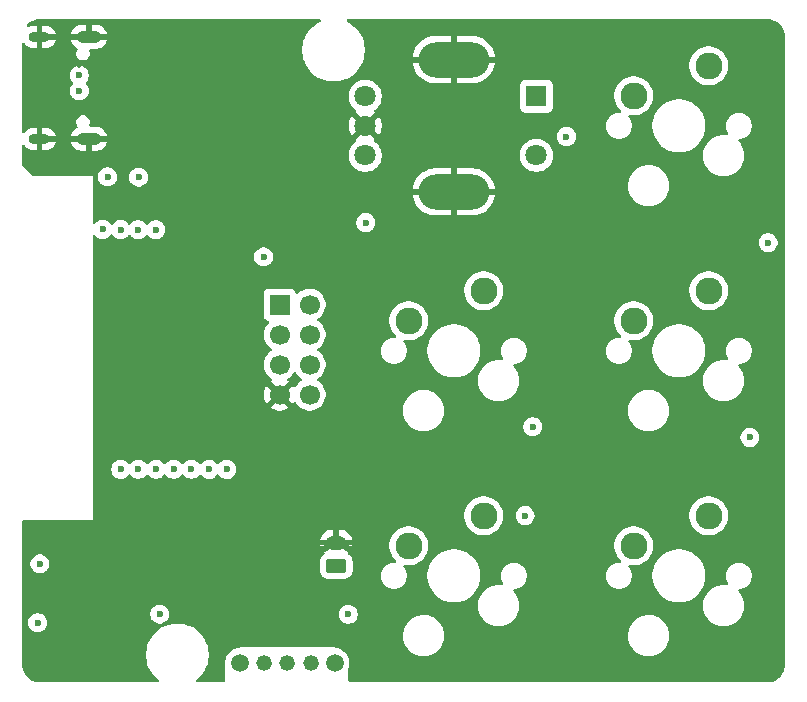
<source format=gbr>
%TF.GenerationSoftware,KiCad,Pcbnew,9.0.2*%
%TF.CreationDate,2025-08-07T13:19:16-06:00*%
%TF.ProjectId,macro devboard ESP32,6d616372-6f20-4646-9576-626f61726420,rev?*%
%TF.SameCoordinates,Original*%
%TF.FileFunction,Copper,L2,Inr*%
%TF.FilePolarity,Positive*%
%FSLAX46Y46*%
G04 Gerber Fmt 4.6, Leading zero omitted, Abs format (unit mm)*
G04 Created by KiCad (PCBNEW 9.0.2) date 2025-08-07 13:19:16*
%MOMM*%
%LPD*%
G01*
G04 APERTURE LIST*
G04 Aperture macros list*
%AMRoundRect*
0 Rectangle with rounded corners*
0 $1 Rounding radius*
0 $2 $3 $4 $5 $6 $7 $8 $9 X,Y pos of 4 corners*
0 Add a 4 corners polygon primitive as box body*
4,1,4,$2,$3,$4,$5,$6,$7,$8,$9,$2,$3,0*
0 Add four circle primitives for the rounded corners*
1,1,$1+$1,$2,$3*
1,1,$1+$1,$4,$5*
1,1,$1+$1,$6,$7*
1,1,$1+$1,$8,$9*
0 Add four rect primitives between the rounded corners*
20,1,$1+$1,$2,$3,$4,$5,0*
20,1,$1+$1,$4,$5,$6,$7,0*
20,1,$1+$1,$6,$7,$8,$9,0*
20,1,$1+$1,$8,$9,$2,$3,0*%
G04 Aperture macros list end*
%TA.AperFunction,ComponentPad*%
%ADD10C,2.286000*%
%TD*%
%TA.AperFunction,ComponentPad*%
%ADD11R,1.800000X1.800000*%
%TD*%
%TA.AperFunction,ComponentPad*%
%ADD12C,1.800000*%
%TD*%
%TA.AperFunction,ComponentPad*%
%ADD13O,6.000000X3.000000*%
%TD*%
%TA.AperFunction,ComponentPad*%
%ADD14O,2.100000X1.050000*%
%TD*%
%TA.AperFunction,ComponentPad*%
%ADD15O,1.800000X0.900000*%
%TD*%
%TA.AperFunction,ComponentPad*%
%ADD16C,1.320800*%
%TD*%
%TA.AperFunction,ComponentPad*%
%ADD17C,1.498600*%
%TD*%
%TA.AperFunction,ComponentPad*%
%ADD18R,1.700000X1.700000*%
%TD*%
%TA.AperFunction,ComponentPad*%
%ADD19C,1.700000*%
%TD*%
%TA.AperFunction,ComponentPad*%
%ADD20RoundRect,0.250000X0.625000X-0.350000X0.625000X0.350000X-0.625000X0.350000X-0.625000X-0.350000X0*%
%TD*%
%TA.AperFunction,ComponentPad*%
%ADD21O,1.750000X1.200000*%
%TD*%
%TA.AperFunction,ViaPad*%
%ADD22C,0.600000*%
%TD*%
%TA.AperFunction,ViaPad*%
%ADD23C,0.500000*%
%TD*%
%TA.AperFunction,Conductor*%
%ADD24C,0.500000*%
%TD*%
G04 APERTURE END LIST*
D10*
%TO.N,col0*%
%TO.C,SW6*%
X247630000Y-82540000D03*
%TO.N,Net-(D3-A)*%
X241280000Y-85080000D03*
%TD*%
D11*
%TO.N,Net-(D7-A)*%
%TO.C,S1*%
X233040000Y-47020000D03*
D12*
%TO.N,col2*%
X233040000Y-52020000D03*
%TO.N,ROT1*%
X218540000Y-47020000D03*
%TO.N,ROT2*%
X218540000Y-52020000D03*
%TO.N,GND*%
X218540000Y-49520000D03*
D13*
X226040000Y-43920000D03*
X226040000Y-55120000D03*
%TD*%
D10*
%TO.N,col1*%
%TO.C,SW9*%
X228580000Y-63490000D03*
%TO.N,Net-(D6-A)*%
X222230000Y-66030000D03*
%TD*%
D14*
%TO.N,GND*%
%TO.C,J1*%
X195140000Y-41990000D03*
X195140000Y-50630000D03*
D15*
X190960000Y-41990000D03*
X190960000Y-50630000D03*
%TD*%
D10*
%TO.N,col1*%
%TO.C,SW7*%
X247630000Y-63490000D03*
%TO.N,Net-(D4-A)*%
X241280000Y-66030000D03*
%TD*%
%TO.N,col0*%
%TO.C,SW8*%
X228580000Y-82540000D03*
%TO.N,Net-(D5-A)*%
X222230000Y-85080000D03*
%TD*%
%TO.N,col2*%
%TO.C,SW1*%
X247630000Y-44440000D03*
%TO.N,Net-(D2-A)*%
X241280000Y-46980000D03*
%TD*%
D16*
%TO.N,VBAT*%
%TO.C,SW2*%
X209940000Y-95000000D03*
X211940000Y-95000000D03*
%TO.N,VBAT_IN*%
X213940001Y-95000000D03*
D17*
%TO.N,N/C*%
X207940000Y-95000000D03*
X215940000Y-95000000D03*
%TD*%
D18*
%TO.N,IO20{slash}RXD*%
%TO.C,J3*%
X211300000Y-64670000D03*
D19*
%TO.N,IO21{slash}TXD*%
X213840000Y-64670000D03*
%TO.N,IO3*%
X211300000Y-67210000D03*
%TO.N,IO2*%
X213840000Y-67210000D03*
%TO.N,IO1*%
X211300000Y-69750000D03*
%TO.N,IO0*%
X213840000Y-69750000D03*
%TO.N,GND*%
X211300000Y-72290000D03*
%TO.N,VDD*%
X213840000Y-72290000D03*
%TD*%
D20*
%TO.N,VBAT_IN*%
%TO.C,J4*%
X216090000Y-86810000D03*
D21*
%TO.N,GND*%
X216090000Y-84810000D03*
%TD*%
D22*
%TO.N,row0*%
X202327500Y-78610000D03*
X252650000Y-59420000D03*
X251110000Y-75910000D03*
%TO.N,row1*%
X200827500Y-78610000D03*
X235580000Y-50440000D03*
X232073750Y-82526250D03*
X232720000Y-75000000D03*
%TO.N,GND*%
X251470000Y-60590000D03*
X228610000Y-47890000D03*
X226070000Y-77870000D03*
X238770000Y-60590000D03*
X237240000Y-66540000D03*
X236230000Y-42810000D03*
X223530000Y-50430000D03*
X222300000Y-89250000D03*
X243850000Y-58050000D03*
X203210000Y-73290000D03*
X198130000Y-65670000D03*
X210660000Y-84220000D03*
X198130000Y-63130000D03*
X226070000Y-63130000D03*
X235600000Y-74570000D03*
D23*
X202520000Y-67460000D03*
D22*
X246390000Y-93610000D03*
X201100000Y-55740000D03*
X246390000Y-60590000D03*
X197290000Y-95600000D03*
X241330000Y-81170000D03*
X248380000Y-67820000D03*
X238270000Y-63150000D03*
X208290000Y-63130000D03*
X226090000Y-73240000D03*
X243850000Y-60590000D03*
X193050000Y-42810000D03*
X220990000Y-45350000D03*
X231150000Y-42810000D03*
X248930000Y-75830000D03*
X238770000Y-78370000D03*
D23*
X194340000Y-47840000D03*
D22*
X198000000Y-53900000D03*
X203210000Y-70750000D03*
X248930000Y-93610000D03*
X229270000Y-67800000D03*
X208770000Y-91490000D03*
D23*
X201500000Y-67470000D03*
D22*
X236230000Y-85990000D03*
X237240000Y-70760000D03*
D23*
X201500000Y-66390000D03*
D22*
X201610000Y-49082500D03*
X223530000Y-63130000D03*
X196030000Y-75270000D03*
X238760000Y-81200000D03*
X231150000Y-60590000D03*
X237240000Y-68220000D03*
X198130000Y-70750000D03*
X198130000Y-68210000D03*
X226070000Y-50430000D03*
X195590000Y-93610000D03*
X238770000Y-42810000D03*
X223530000Y-47890000D03*
D23*
X202520000Y-68460000D03*
D22*
X200670000Y-70750000D03*
X248930000Y-58050000D03*
X231150000Y-47890000D03*
X233690000Y-60590000D03*
X229740000Y-93420000D03*
X209930000Y-75240000D03*
X193050000Y-50430000D03*
X190510000Y-45350000D03*
X220990000Y-42810000D03*
X233690000Y-42810000D03*
X204130000Y-61430000D03*
X198130000Y-73290000D03*
X238770000Y-75830000D03*
X248930000Y-78370000D03*
X191890000Y-95650000D03*
X238930000Y-51390000D03*
X222630000Y-69990000D03*
X231150000Y-50430000D03*
X228610000Y-75840000D03*
D23*
X203590000Y-66370000D03*
D22*
X250190000Y-83490000D03*
X233810000Y-65630000D03*
X251470000Y-81170000D03*
X191890000Y-90250000D03*
X196030000Y-61550000D03*
X248390000Y-86910000D03*
X231150000Y-52970000D03*
X236250000Y-83590000D03*
X241310000Y-78370000D03*
X246390000Y-91070000D03*
D23*
X201500000Y-68470000D03*
D22*
X226070000Y-75830000D03*
X233620000Y-93380000D03*
X238770000Y-58050000D03*
X236250000Y-81180000D03*
X228610000Y-50430000D03*
X251470000Y-42790000D03*
X241270000Y-69990000D03*
X226070000Y-47890000D03*
X200670000Y-73290000D03*
X241310000Y-58050000D03*
X233690000Y-58050000D03*
X229280000Y-86890000D03*
X246390000Y-58050000D03*
X236230000Y-91070000D03*
X246390000Y-75830000D03*
D23*
X203590000Y-67450000D03*
D22*
X204220000Y-53120000D03*
X223530000Y-58050000D03*
X248360000Y-48700000D03*
X208300000Y-88240000D03*
X246390000Y-78370000D03*
X233690000Y-81170000D03*
X251470000Y-45340000D03*
X226070000Y-58050000D03*
X241290000Y-95570000D03*
X243840000Y-81170000D03*
X248930000Y-55510000D03*
X226090000Y-93390000D03*
X251470000Y-93610000D03*
X236230000Y-88530000D03*
X222350000Y-60240000D03*
D23*
X203590000Y-68450000D03*
D22*
X246390000Y-55510000D03*
X223530000Y-77870000D03*
X219760000Y-95550000D03*
X246390000Y-52970000D03*
D23*
X202520000Y-66380000D03*
D22*
X246360000Y-73270000D03*
X231150000Y-45350000D03*
X199760000Y-91490000D03*
X221740000Y-51850000D03*
X208770000Y-65980000D03*
X200730000Y-82260000D03*
D23*
X200460000Y-44960000D03*
D22*
X236230000Y-78370000D03*
X243830000Y-95570000D03*
X199330000Y-52370000D03*
X251470000Y-63130000D03*
X199770000Y-95620000D03*
X241970000Y-50430000D03*
X205750000Y-73290000D03*
X194600000Y-87350000D03*
X228610000Y-77870000D03*
X205750000Y-70750000D03*
X195590000Y-91070000D03*
D23*
X194330000Y-44390000D03*
D22*
X207380000Y-84230000D03*
X236230000Y-45350000D03*
X241491310Y-89240000D03*
X190510000Y-47890000D03*
X248930000Y-60590000D03*
X204640000Y-49820000D03*
X212350000Y-41730000D03*
X243850000Y-78370000D03*
X208290000Y-73290000D03*
X226070000Y-91070000D03*
X209030000Y-84230000D03*
X241310000Y-60590000D03*
X251460000Y-78380000D03*
%TO.N,VBUS*%
X218590000Y-57720000D03*
%TO.N,Net-(D11-K)*%
X201140000Y-90870000D03*
%TO.N,/Din-*%
X194340000Y-45260000D03*
X194344670Y-46559999D03*
%TO.N,IO1*%
X197830000Y-58310000D03*
%TO.N,IO3*%
X200822500Y-58325000D03*
%TO.N,IO2*%
X199320000Y-58320000D03*
%TO.N,IO0*%
X196312500Y-58300000D03*
%TO.N,ROT1*%
X206817500Y-78620000D03*
%TO.N,ROT2*%
X209930000Y-60630000D03*
%TO.N,EN*%
X191000000Y-86620000D03*
X190800000Y-91590000D03*
X197830000Y-78620000D03*
%TO.N,col2*%
X205317500Y-78620000D03*
%TO.N,col0*%
X199327500Y-78610000D03*
%TO.N,col1*%
X203827500Y-78610000D03*
%TO.N,VBAT_IN*%
X217100000Y-90890000D03*
%TO.N,Net-(LED0-A)*%
X196720000Y-53850000D03*
%TO.N,Net-(LED1-A)*%
X199350000Y-53870000D03*
%TD*%
D24*
%TO.N,GND*%
X217040000Y-85340000D02*
X217870000Y-85340000D01*
X216070000Y-84370000D02*
X215100000Y-85340000D01*
X216070000Y-84370000D02*
X217040000Y-85340000D01*
X215100000Y-85340000D02*
X214630000Y-85340000D01*
X217870000Y-85340000D02*
X217900000Y-85310000D01*
%TD*%
%TA.AperFunction,Conductor*%
%TO.N,GND*%
G36*
X212641444Y-70403999D02*
G01*
X212680486Y-70449056D01*
X212684951Y-70457820D01*
X212809890Y-70629786D01*
X212960213Y-70780109D01*
X213132182Y-70905050D01*
X213140946Y-70909516D01*
X213191742Y-70957491D01*
X213208536Y-71025312D01*
X213185998Y-71091447D01*
X213140946Y-71130484D01*
X213132182Y-71134949D01*
X212960213Y-71259890D01*
X212809890Y-71410213D01*
X212684949Y-71582182D01*
X212680202Y-71591499D01*
X212632227Y-71642293D01*
X212564405Y-71659087D01*
X212498271Y-71636548D01*
X212459234Y-71591495D01*
X212454626Y-71582452D01*
X212415270Y-71528282D01*
X212415269Y-71528282D01*
X211782962Y-72160590D01*
X211765925Y-72097007D01*
X211700099Y-71982993D01*
X211607007Y-71889901D01*
X211492993Y-71824075D01*
X211429409Y-71807037D01*
X212061716Y-71174728D01*
X212007547Y-71135373D01*
X212007547Y-71135372D01*
X211998500Y-71130763D01*
X211947706Y-71082788D01*
X211930912Y-71014966D01*
X211953451Y-70948832D01*
X211998508Y-70909793D01*
X212007816Y-70905051D01*
X212087007Y-70847515D01*
X212179786Y-70780109D01*
X212179788Y-70780106D01*
X212179792Y-70780104D01*
X212330104Y-70629792D01*
X212330106Y-70629788D01*
X212330109Y-70629786D01*
X212455048Y-70457820D01*
X212455047Y-70457820D01*
X212455051Y-70457816D01*
X212459514Y-70449054D01*
X212507488Y-70398259D01*
X212575308Y-70381463D01*
X212641444Y-70403999D01*
G37*
%TD.AperFunction*%
%TA.AperFunction,Conductor*%
G36*
X214724810Y-40515185D02*
G01*
X214770565Y-40567989D01*
X214780509Y-40637147D01*
X214751484Y-40700703D01*
X214711573Y-40731220D01*
X214575885Y-40796563D01*
X214323816Y-40954949D01*
X214091066Y-41140561D01*
X213880561Y-41351066D01*
X213694949Y-41583816D01*
X213536563Y-41835885D01*
X213407400Y-42104095D01*
X213309079Y-42385079D01*
X213309076Y-42385087D01*
X213242832Y-42675325D01*
X213242830Y-42675337D01*
X213209500Y-42971146D01*
X213209500Y-43268853D01*
X213242830Y-43564662D01*
X213242831Y-43564671D01*
X213242832Y-43564675D01*
X213259393Y-43637233D01*
X213309076Y-43854912D01*
X213309079Y-43854920D01*
X213407400Y-44135904D01*
X213536563Y-44404114D01*
X213536565Y-44404117D01*
X213694950Y-44656185D01*
X213880562Y-44888934D01*
X214091066Y-45099438D01*
X214323815Y-45285050D01*
X214575883Y-45443435D01*
X214844099Y-45572601D01*
X215034349Y-45639172D01*
X215125079Y-45670920D01*
X215125087Y-45670923D01*
X215125090Y-45670923D01*
X215125091Y-45670924D01*
X215415325Y-45737168D01*
X215711147Y-45770499D01*
X215711148Y-45770500D01*
X215711151Y-45770500D01*
X216008852Y-45770500D01*
X216008852Y-45770499D01*
X216304675Y-45737168D01*
X216594909Y-45670924D01*
X216875901Y-45572601D01*
X217144117Y-45443435D01*
X217396185Y-45285050D01*
X217628934Y-45099438D01*
X217839438Y-44888934D01*
X218025050Y-44656185D01*
X218183435Y-44404117D01*
X218312601Y-44135901D01*
X218410924Y-43854909D01*
X218453129Y-43669999D01*
X222555654Y-43669999D01*
X222555655Y-43670000D01*
X224920137Y-43670000D01*
X224890000Y-43821509D01*
X224890000Y-44018491D01*
X224920137Y-44170000D01*
X222555655Y-44170000D01*
X222574221Y-44311016D01*
X222642075Y-44564255D01*
X222742404Y-44806471D01*
X222742409Y-44806482D01*
X222873496Y-45033528D01*
X223033092Y-45241519D01*
X223033098Y-45241526D01*
X223218473Y-45426901D01*
X223218480Y-45426907D01*
X223426471Y-45586503D01*
X223653517Y-45717590D01*
X223653528Y-45717595D01*
X223895744Y-45817924D01*
X224148979Y-45885777D01*
X224148990Y-45885779D01*
X224408905Y-45919999D01*
X224408920Y-45920000D01*
X225790000Y-45920000D01*
X225790000Y-44919699D01*
X225791509Y-44920000D01*
X226288491Y-44920000D01*
X226290000Y-44919699D01*
X226290000Y-45920000D01*
X227671080Y-45920000D01*
X227671094Y-45919999D01*
X227931009Y-45885779D01*
X227931020Y-45885777D01*
X228184255Y-45817924D01*
X228426471Y-45717595D01*
X228426482Y-45717590D01*
X228653528Y-45586503D01*
X228861519Y-45426907D01*
X228861526Y-45426901D01*
X229046901Y-45241526D01*
X229046907Y-45241519D01*
X229206503Y-45033528D01*
X229337590Y-44806482D01*
X229337595Y-44806471D01*
X229437924Y-44564255D01*
X229505779Y-44311016D01*
X229505827Y-44310648D01*
X245986500Y-44310648D01*
X245986500Y-44569351D01*
X246024056Y-44806471D01*
X246026968Y-44824854D01*
X246106909Y-45070885D01*
X246224353Y-45301382D01*
X246376408Y-45510668D01*
X246559332Y-45693592D01*
X246768618Y-45845647D01*
X246999115Y-45963091D01*
X247245146Y-46043032D01*
X247340961Y-46058207D01*
X247500649Y-46083500D01*
X247500654Y-46083500D01*
X247759351Y-46083500D01*
X247901294Y-46061017D01*
X248014854Y-46043032D01*
X248260885Y-45963091D01*
X248491382Y-45845647D01*
X248700668Y-45693592D01*
X248883592Y-45510668D01*
X249035647Y-45301382D01*
X249153091Y-45070885D01*
X249233032Y-44824854D01*
X249253321Y-44696751D01*
X249273500Y-44569351D01*
X249273500Y-44310648D01*
X249238478Y-44089534D01*
X249233032Y-44055146D01*
X249153091Y-43809115D01*
X249035647Y-43578618D01*
X248883592Y-43369332D01*
X248700668Y-43186408D01*
X248491382Y-43034353D01*
X248260885Y-42916909D01*
X248014854Y-42836968D01*
X248014852Y-42836967D01*
X248014850Y-42836967D01*
X247759351Y-42796500D01*
X247759346Y-42796500D01*
X247500654Y-42796500D01*
X247500649Y-42796500D01*
X247245149Y-42836967D01*
X247245146Y-42836968D01*
X247056243Y-42898347D01*
X246999112Y-42916910D01*
X246768617Y-43034353D01*
X246559329Y-43186410D01*
X246376410Y-43369329D01*
X246224353Y-43578617D01*
X246106910Y-43809112D01*
X246026967Y-44055149D01*
X245986500Y-44310648D01*
X229505827Y-44310648D01*
X229508599Y-44289597D01*
X229508599Y-44289596D01*
X229524345Y-44170000D01*
X227159863Y-44170000D01*
X227190000Y-44018491D01*
X227190000Y-43821509D01*
X227159863Y-43670000D01*
X229524345Y-43670000D01*
X229524345Y-43669999D01*
X229505778Y-43528983D01*
X229437924Y-43275744D01*
X229337595Y-43033528D01*
X229337590Y-43033517D01*
X229206503Y-42806471D01*
X229046907Y-42598480D01*
X229046901Y-42598473D01*
X228861526Y-42413098D01*
X228861519Y-42413092D01*
X228653528Y-42253496D01*
X228426482Y-42122409D01*
X228426471Y-42122404D01*
X228184255Y-42022075D01*
X227931020Y-41954222D01*
X227931009Y-41954220D01*
X227671094Y-41920000D01*
X226290000Y-41920000D01*
X226290000Y-42920300D01*
X226288491Y-42920000D01*
X225791509Y-42920000D01*
X225790000Y-42920300D01*
X225790000Y-41920000D01*
X224408905Y-41920000D01*
X224148990Y-41954220D01*
X224148979Y-41954222D01*
X223895744Y-42022075D01*
X223653528Y-42122404D01*
X223653517Y-42122409D01*
X223426471Y-42253496D01*
X223218480Y-42413092D01*
X223218473Y-42413098D01*
X223033098Y-42598473D01*
X223033092Y-42598480D01*
X222873496Y-42806471D01*
X222742409Y-43033517D01*
X222742404Y-43033528D01*
X222642075Y-43275744D01*
X222574221Y-43528983D01*
X222555654Y-43669999D01*
X218453129Y-43669999D01*
X218459488Y-43642135D01*
X218477168Y-43564675D01*
X218510500Y-43268849D01*
X218510500Y-42971151D01*
X218477168Y-42675325D01*
X218410924Y-42385091D01*
X218312601Y-42104099D01*
X218183435Y-41835883D01*
X218025050Y-41583815D01*
X217839438Y-41351066D01*
X217628934Y-41140562D01*
X217396185Y-40954950D01*
X217144117Y-40796565D01*
X217144114Y-40796563D01*
X217008427Y-40731220D01*
X216956568Y-40684398D01*
X216938255Y-40616971D01*
X216959303Y-40550347D01*
X217013029Y-40505678D01*
X217062229Y-40495500D01*
X252524108Y-40495500D01*
X252585572Y-40495500D01*
X252594418Y-40495816D01*
X252794561Y-40510130D01*
X252812063Y-40512647D01*
X253003797Y-40554355D01*
X253020755Y-40559334D01*
X253204609Y-40627909D01*
X253220701Y-40635259D01*
X253392904Y-40729288D01*
X253407784Y-40738849D01*
X253564867Y-40856441D01*
X253578237Y-40868027D01*
X253716972Y-41006762D01*
X253728558Y-41020132D01*
X253827822Y-41152733D01*
X253846146Y-41177210D01*
X253855711Y-41192095D01*
X253949740Y-41364298D01*
X253957090Y-41380390D01*
X254025662Y-41564236D01*
X254030646Y-41581212D01*
X254072351Y-41772931D01*
X254074869Y-41790442D01*
X254089184Y-41990580D01*
X254089500Y-41999427D01*
X254089500Y-95140572D01*
X254089184Y-95149419D01*
X254074869Y-95349557D01*
X254072351Y-95367068D01*
X254030646Y-95558787D01*
X254025662Y-95575763D01*
X253957090Y-95759609D01*
X253949740Y-95775701D01*
X253855711Y-95947904D01*
X253846146Y-95962789D01*
X253728558Y-96119867D01*
X253716972Y-96133237D01*
X253578237Y-96271972D01*
X253564867Y-96283558D01*
X253407789Y-96401146D01*
X253392904Y-96410711D01*
X253220701Y-96504740D01*
X253204609Y-96512090D01*
X253020763Y-96580662D01*
X253003787Y-96585646D01*
X252812068Y-96627351D01*
X252794557Y-96629869D01*
X252613779Y-96642799D01*
X252594417Y-96644184D01*
X252585572Y-96644500D01*
X217244000Y-96644500D01*
X217176961Y-96624815D01*
X217131206Y-96572011D01*
X217120000Y-96520500D01*
X217120000Y-95432410D01*
X217126068Y-95394094D01*
X217159026Y-95292662D01*
X217189800Y-95098366D01*
X217189800Y-94901633D01*
X217159026Y-94707337D01*
X217098233Y-94520238D01*
X217017177Y-94361158D01*
X217008925Y-94344962D01*
X216893294Y-94185810D01*
X216754190Y-94046706D01*
X216595038Y-93931075D01*
X216419761Y-93841766D01*
X216232663Y-93780974D01*
X216175393Y-93771903D01*
X216112259Y-93741973D01*
X216107111Y-93737111D01*
X216020000Y-93650000D01*
X207910000Y-93650000D01*
X207832295Y-93727703D01*
X207770971Y-93761187D01*
X207764014Y-93762493D01*
X207647340Y-93780973D01*
X207460240Y-93841766D01*
X207284961Y-93931075D01*
X207194159Y-93997047D01*
X207125810Y-94046706D01*
X207125808Y-94046708D01*
X207125807Y-94046708D01*
X206986708Y-94185807D01*
X206986708Y-94185808D01*
X206986706Y-94185810D01*
X206937047Y-94254159D01*
X206871075Y-94344961D01*
X206781766Y-94520240D01*
X206720973Y-94707340D01*
X206702493Y-94824015D01*
X206672563Y-94887150D01*
X206670099Y-94889757D01*
X206670000Y-94889998D01*
X206670000Y-96520500D01*
X206650315Y-96587539D01*
X206597511Y-96633294D01*
X206546000Y-96644500D01*
X204330612Y-96644500D01*
X204263573Y-96624815D01*
X204217818Y-96572011D01*
X204207874Y-96502853D01*
X204236899Y-96439297D01*
X204253299Y-96423553D01*
X204408934Y-96299438D01*
X204619438Y-96088934D01*
X204805050Y-95856185D01*
X204963435Y-95604117D01*
X205092601Y-95335901D01*
X205190924Y-95054909D01*
X205257168Y-94764675D01*
X205290500Y-94468849D01*
X205290500Y-94171151D01*
X205257168Y-93875325D01*
X205190924Y-93585091D01*
X205092601Y-93304099D01*
X204963435Y-93035883D01*
X204805050Y-92783815D01*
X204646705Y-92585258D01*
X221749500Y-92585258D01*
X221749500Y-92814741D01*
X221774446Y-93004215D01*
X221779452Y-93042238D01*
X221779453Y-93042240D01*
X221838842Y-93263887D01*
X221926650Y-93475876D01*
X221926657Y-93475890D01*
X222041392Y-93674617D01*
X222181081Y-93856661D01*
X222181089Y-93856670D01*
X222343330Y-94018911D01*
X222343338Y-94018918D01*
X222343339Y-94018919D01*
X222379554Y-94046708D01*
X222525382Y-94158607D01*
X222525385Y-94158608D01*
X222525388Y-94158611D01*
X222724112Y-94273344D01*
X222724117Y-94273346D01*
X222724123Y-94273349D01*
X222815480Y-94311190D01*
X222936113Y-94361158D01*
X223157762Y-94420548D01*
X223385266Y-94450500D01*
X223385273Y-94450500D01*
X223614727Y-94450500D01*
X223614734Y-94450500D01*
X223842238Y-94420548D01*
X224063887Y-94361158D01*
X224275888Y-94273344D01*
X224474612Y-94158611D01*
X224656661Y-94018919D01*
X224656665Y-94018914D01*
X224656670Y-94018911D01*
X224818911Y-93856670D01*
X224818914Y-93856665D01*
X224818919Y-93856661D01*
X224958611Y-93674612D01*
X225073344Y-93475888D01*
X225161158Y-93263887D01*
X225220548Y-93042238D01*
X225250500Y-92814734D01*
X225250500Y-92585266D01*
X225250499Y-92585258D01*
X240799500Y-92585258D01*
X240799500Y-92814741D01*
X240824446Y-93004215D01*
X240829452Y-93042238D01*
X240829453Y-93042240D01*
X240888842Y-93263887D01*
X240976650Y-93475876D01*
X240976657Y-93475890D01*
X241091392Y-93674617D01*
X241231081Y-93856661D01*
X241231089Y-93856670D01*
X241393330Y-94018911D01*
X241393338Y-94018918D01*
X241393339Y-94018919D01*
X241429554Y-94046708D01*
X241575382Y-94158607D01*
X241575385Y-94158608D01*
X241575388Y-94158611D01*
X241774112Y-94273344D01*
X241774117Y-94273346D01*
X241774123Y-94273349D01*
X241865480Y-94311190D01*
X241986113Y-94361158D01*
X242207762Y-94420548D01*
X242435266Y-94450500D01*
X242435273Y-94450500D01*
X242664727Y-94450500D01*
X242664734Y-94450500D01*
X242892238Y-94420548D01*
X243113887Y-94361158D01*
X243325888Y-94273344D01*
X243524612Y-94158611D01*
X243706661Y-94018919D01*
X243706665Y-94018914D01*
X243706670Y-94018911D01*
X243868911Y-93856670D01*
X243868914Y-93856665D01*
X243868919Y-93856661D01*
X244008611Y-93674612D01*
X244123344Y-93475888D01*
X244211158Y-93263887D01*
X244270548Y-93042238D01*
X244300500Y-92814734D01*
X244300500Y-92585266D01*
X244270548Y-92357762D01*
X244211158Y-92136113D01*
X244142014Y-91969185D01*
X244123349Y-91924123D01*
X244123346Y-91924117D01*
X244123344Y-91924112D01*
X244008611Y-91725388D01*
X244008608Y-91725385D01*
X244008607Y-91725382D01*
X243868918Y-91543338D01*
X243868911Y-91543330D01*
X243706670Y-91381089D01*
X243706661Y-91381081D01*
X243524617Y-91241392D01*
X243471666Y-91210821D01*
X243325888Y-91126656D01*
X243325876Y-91126650D01*
X243113887Y-91038842D01*
X242892238Y-90979452D01*
X242854215Y-90974446D01*
X242664741Y-90949500D01*
X242664734Y-90949500D01*
X242435266Y-90949500D01*
X242435258Y-90949500D01*
X242218715Y-90978009D01*
X242207762Y-90979452D01*
X242114076Y-91004554D01*
X241986112Y-91038842D01*
X241774123Y-91126650D01*
X241774109Y-91126657D01*
X241575382Y-91241392D01*
X241393338Y-91381081D01*
X241231081Y-91543338D01*
X241091392Y-91725382D01*
X240976657Y-91924109D01*
X240976650Y-91924123D01*
X240888842Y-92136112D01*
X240868566Y-92211786D01*
X240845092Y-92299394D01*
X240829453Y-92357759D01*
X240829451Y-92357770D01*
X240799500Y-92585258D01*
X225250499Y-92585258D01*
X225220548Y-92357762D01*
X225161158Y-92136113D01*
X225092014Y-91969185D01*
X225073349Y-91924123D01*
X225073346Y-91924117D01*
X225073344Y-91924112D01*
X224958611Y-91725388D01*
X224958608Y-91725385D01*
X224958607Y-91725382D01*
X224818918Y-91543338D01*
X224818911Y-91543330D01*
X224656670Y-91381089D01*
X224656661Y-91381081D01*
X224474617Y-91241392D01*
X224421666Y-91210821D01*
X224275888Y-91126656D01*
X224275876Y-91126650D01*
X224063887Y-91038842D01*
X223842238Y-90979452D01*
X223804215Y-90974446D01*
X223614741Y-90949500D01*
X223614734Y-90949500D01*
X223385266Y-90949500D01*
X223385258Y-90949500D01*
X223168715Y-90978009D01*
X223157762Y-90979452D01*
X223064076Y-91004554D01*
X222936112Y-91038842D01*
X222724123Y-91126650D01*
X222724109Y-91126657D01*
X222525382Y-91241392D01*
X222343338Y-91381081D01*
X222181081Y-91543338D01*
X222041392Y-91725382D01*
X221926657Y-91924109D01*
X221926650Y-91924123D01*
X221838842Y-92136112D01*
X221818566Y-92211786D01*
X221795092Y-92299394D01*
X221779453Y-92357759D01*
X221779451Y-92357770D01*
X221749500Y-92585258D01*
X204646705Y-92585258D01*
X204619438Y-92551066D01*
X204408934Y-92340562D01*
X204176185Y-92154950D01*
X203924117Y-91996565D01*
X203924114Y-91996563D01*
X203655904Y-91867400D01*
X203374920Y-91769079D01*
X203374912Y-91769076D01*
X203157233Y-91719393D01*
X203084675Y-91702832D01*
X203084671Y-91702831D01*
X203084662Y-91702830D01*
X202788853Y-91669500D01*
X202788849Y-91669500D01*
X202491151Y-91669500D01*
X202491146Y-91669500D01*
X202195337Y-91702830D01*
X202195325Y-91702832D01*
X201905087Y-91769076D01*
X201905079Y-91769079D01*
X201624095Y-91867400D01*
X201355885Y-91996563D01*
X201103816Y-92154949D01*
X200871066Y-92340561D01*
X200660561Y-92551066D01*
X200474949Y-92783816D01*
X200316563Y-93035885D01*
X200187400Y-93304095D01*
X200089079Y-93585079D01*
X200089076Y-93585087D01*
X200022832Y-93875325D01*
X200022830Y-93875337D01*
X199989500Y-94171146D01*
X199989500Y-94468853D01*
X200022830Y-94764662D01*
X200022832Y-94764674D01*
X200089076Y-95054912D01*
X200089079Y-95054920D01*
X200187400Y-95335904D01*
X200316563Y-95604114D01*
X200316565Y-95604117D01*
X200474950Y-95856185D01*
X200660562Y-96088934D01*
X200871066Y-96299438D01*
X201010597Y-96410711D01*
X201026701Y-96423553D01*
X201066841Y-96480741D01*
X201069691Y-96550553D01*
X201034346Y-96610823D01*
X200972027Y-96642416D01*
X200949388Y-96644500D01*
X190999428Y-96644500D01*
X190990582Y-96644184D01*
X190965862Y-96642416D01*
X190790442Y-96629869D01*
X190772931Y-96627351D01*
X190581212Y-96585646D01*
X190564236Y-96580662D01*
X190380390Y-96512090D01*
X190364298Y-96504740D01*
X190192095Y-96410711D01*
X190177210Y-96401146D01*
X190020132Y-96283558D01*
X190006762Y-96271972D01*
X189868027Y-96133237D01*
X189856441Y-96119867D01*
X189833284Y-96088933D01*
X189738849Y-95962784D01*
X189729288Y-95947904D01*
X189635259Y-95775701D01*
X189627909Y-95759609D01*
X189567091Y-95596551D01*
X189559334Y-95575755D01*
X189554355Y-95558797D01*
X189512647Y-95367063D01*
X189510130Y-95349556D01*
X189509153Y-95335901D01*
X189495816Y-95149418D01*
X189495500Y-95140572D01*
X189495500Y-91511153D01*
X189999500Y-91511153D01*
X189999500Y-91668846D01*
X190030261Y-91823489D01*
X190030264Y-91823501D01*
X190090602Y-91969172D01*
X190090609Y-91969185D01*
X190178210Y-92100288D01*
X190178213Y-92100292D01*
X190289707Y-92211786D01*
X190289711Y-92211789D01*
X190420814Y-92299390D01*
X190420827Y-92299397D01*
X190561735Y-92357762D01*
X190566503Y-92359737D01*
X190721153Y-92390499D01*
X190721156Y-92390500D01*
X190721158Y-92390500D01*
X190878844Y-92390500D01*
X190878845Y-92390499D01*
X191033497Y-92359737D01*
X191179179Y-92299394D01*
X191310289Y-92211789D01*
X191421789Y-92100289D01*
X191509394Y-91969179D01*
X191569737Y-91823497D01*
X191600500Y-91668842D01*
X191600500Y-91511158D01*
X191600500Y-91511155D01*
X191600499Y-91511153D01*
X191578447Y-91400292D01*
X191569737Y-91356503D01*
X191533569Y-91269185D01*
X191509397Y-91210827D01*
X191509390Y-91210814D01*
X191421789Y-91079711D01*
X191421786Y-91079707D01*
X191310292Y-90968213D01*
X191310288Y-90968210D01*
X191190545Y-90888200D01*
X191190496Y-90888168D01*
X191179179Y-90880606D01*
X191179172Y-90880602D01*
X191033501Y-90820264D01*
X191033489Y-90820261D01*
X190887155Y-90791153D01*
X200339500Y-90791153D01*
X200339500Y-90948846D01*
X200370261Y-91103489D01*
X200370264Y-91103501D01*
X200430602Y-91249172D01*
X200430609Y-91249185D01*
X200518210Y-91380288D01*
X200518213Y-91380292D01*
X200629707Y-91491786D01*
X200629711Y-91491789D01*
X200760814Y-91579390D01*
X200760827Y-91579397D01*
X200906498Y-91639735D01*
X200906503Y-91639737D01*
X201052823Y-91668842D01*
X201061153Y-91670499D01*
X201061156Y-91670500D01*
X201061158Y-91670500D01*
X201218844Y-91670500D01*
X201218845Y-91670499D01*
X201373497Y-91639737D01*
X201519179Y-91579394D01*
X201650289Y-91491789D01*
X201761789Y-91380289D01*
X201849394Y-91249179D01*
X201852620Y-91241392D01*
X201909735Y-91103501D01*
X201909737Y-91103497D01*
X201940500Y-90948842D01*
X201940500Y-90811153D01*
X216299500Y-90811153D01*
X216299500Y-90968846D01*
X216330261Y-91123489D01*
X216330264Y-91123501D01*
X216390602Y-91269172D01*
X216390609Y-91269185D01*
X216478210Y-91400288D01*
X216478213Y-91400292D01*
X216589707Y-91511786D01*
X216589711Y-91511789D01*
X216720814Y-91599390D01*
X216720827Y-91599397D01*
X216866498Y-91659735D01*
X216866503Y-91659737D01*
X217021153Y-91690499D01*
X217021156Y-91690500D01*
X217021158Y-91690500D01*
X217178844Y-91690500D01*
X217178845Y-91690499D01*
X217333497Y-91659737D01*
X217479179Y-91599394D01*
X217610289Y-91511789D01*
X217721789Y-91400289D01*
X217809394Y-91269179D01*
X217869737Y-91123497D01*
X217900500Y-90968842D01*
X217900500Y-90811158D01*
X217900500Y-90811155D01*
X217900499Y-90811153D01*
X217896192Y-90789500D01*
X217869737Y-90656503D01*
X217861451Y-90636498D01*
X217809397Y-90510827D01*
X217809390Y-90510814D01*
X217721789Y-90379711D01*
X217721786Y-90379707D01*
X217610292Y-90268213D01*
X217610288Y-90268210D01*
X217479185Y-90180609D01*
X217479172Y-90180602D01*
X217419215Y-90155768D01*
X217333501Y-90120264D01*
X217333489Y-90120261D01*
X217178845Y-90089500D01*
X217178842Y-90089500D01*
X217021158Y-90089500D01*
X217021155Y-90089500D01*
X216866510Y-90120261D01*
X216866498Y-90120264D01*
X216720827Y-90180602D01*
X216720814Y-90180609D01*
X216589711Y-90268210D01*
X216589707Y-90268213D01*
X216478213Y-90379707D01*
X216478210Y-90379711D01*
X216390609Y-90510814D01*
X216390602Y-90510827D01*
X216330264Y-90656498D01*
X216330261Y-90656510D01*
X216299500Y-90811153D01*
X201940500Y-90811153D01*
X201940500Y-90791158D01*
X201940500Y-90791155D01*
X201940499Y-90791153D01*
X201927119Y-90723887D01*
X201909737Y-90636503D01*
X201857681Y-90510827D01*
X201849397Y-90490827D01*
X201849390Y-90490814D01*
X201761789Y-90359711D01*
X201761786Y-90359707D01*
X201650292Y-90248213D01*
X201650288Y-90248210D01*
X201519185Y-90160609D01*
X201519172Y-90160602D01*
X201373501Y-90100264D01*
X201373489Y-90100261D01*
X201218845Y-90069500D01*
X201218842Y-90069500D01*
X201061158Y-90069500D01*
X201061155Y-90069500D01*
X200906510Y-90100261D01*
X200906498Y-90100264D01*
X200760827Y-90160602D01*
X200760814Y-90160609D01*
X200629711Y-90248210D01*
X200629707Y-90248213D01*
X200518213Y-90359707D01*
X200518210Y-90359711D01*
X200430609Y-90490814D01*
X200430602Y-90490827D01*
X200370264Y-90636498D01*
X200370261Y-90636510D01*
X200339500Y-90791153D01*
X190887155Y-90791153D01*
X190878845Y-90789500D01*
X190878842Y-90789500D01*
X190721158Y-90789500D01*
X190721155Y-90789500D01*
X190566510Y-90820261D01*
X190566498Y-90820264D01*
X190420827Y-90880602D01*
X190420814Y-90880609D01*
X190289711Y-90968210D01*
X190289707Y-90968213D01*
X190178213Y-91079707D01*
X190178210Y-91079711D01*
X190090609Y-91210814D01*
X190090602Y-91210827D01*
X190030264Y-91356498D01*
X190030261Y-91356510D01*
X189999500Y-91511153D01*
X189495500Y-91511153D01*
X189495500Y-90045258D01*
X228099500Y-90045258D01*
X228099500Y-90274741D01*
X228124446Y-90464215D01*
X228129452Y-90502238D01*
X228170787Y-90656503D01*
X228188842Y-90723887D01*
X228276650Y-90935876D01*
X228276657Y-90935890D01*
X228391392Y-91134617D01*
X228531081Y-91316661D01*
X228531089Y-91316670D01*
X228693330Y-91478911D01*
X228693338Y-91478918D01*
X228693339Y-91478919D01*
X228735347Y-91511153D01*
X228875382Y-91618607D01*
X228875385Y-91618608D01*
X228875388Y-91618611D01*
X229074112Y-91733344D01*
X229074117Y-91733346D01*
X229074123Y-91733349D01*
X229160376Y-91769076D01*
X229286113Y-91821158D01*
X229507762Y-91880548D01*
X229735266Y-91910500D01*
X229735273Y-91910500D01*
X229964727Y-91910500D01*
X229964734Y-91910500D01*
X230192238Y-91880548D01*
X230413887Y-91821158D01*
X230625888Y-91733344D01*
X230824612Y-91618611D01*
X231006661Y-91478919D01*
X231006665Y-91478914D01*
X231006670Y-91478911D01*
X231168911Y-91316670D01*
X231168914Y-91316665D01*
X231168919Y-91316661D01*
X231308611Y-91134612D01*
X231423344Y-90935888D01*
X231511158Y-90723887D01*
X231570548Y-90502238D01*
X231600500Y-90274734D01*
X231600500Y-90045266D01*
X231600499Y-90045258D01*
X247149500Y-90045258D01*
X247149500Y-90274741D01*
X247174446Y-90464215D01*
X247179452Y-90502238D01*
X247220787Y-90656503D01*
X247238842Y-90723887D01*
X247326650Y-90935876D01*
X247326657Y-90935890D01*
X247441392Y-91134617D01*
X247581081Y-91316661D01*
X247581089Y-91316670D01*
X247743330Y-91478911D01*
X247743338Y-91478918D01*
X247743339Y-91478919D01*
X247785347Y-91511153D01*
X247925382Y-91618607D01*
X247925385Y-91618608D01*
X247925388Y-91618611D01*
X248124112Y-91733344D01*
X248124117Y-91733346D01*
X248124123Y-91733349D01*
X248210376Y-91769076D01*
X248336113Y-91821158D01*
X248557762Y-91880548D01*
X248785266Y-91910500D01*
X248785273Y-91910500D01*
X249014727Y-91910500D01*
X249014734Y-91910500D01*
X249242238Y-91880548D01*
X249463887Y-91821158D01*
X249675888Y-91733344D01*
X249874612Y-91618611D01*
X250056661Y-91478919D01*
X250056665Y-91478914D01*
X250056670Y-91478911D01*
X250218911Y-91316670D01*
X250218914Y-91316665D01*
X250218919Y-91316661D01*
X250358611Y-91134612D01*
X250473344Y-90935888D01*
X250561158Y-90723887D01*
X250620548Y-90502238D01*
X250650500Y-90274734D01*
X250650500Y-90045266D01*
X250620548Y-89817762D01*
X250561158Y-89596113D01*
X250473344Y-89384112D01*
X250358611Y-89185388D01*
X250358608Y-89185385D01*
X250358607Y-89185382D01*
X250218918Y-89003338D01*
X250218911Y-89003330D01*
X250148662Y-88933081D01*
X250115177Y-88871758D01*
X250120161Y-88802066D01*
X250162033Y-88746133D01*
X250227497Y-88721716D01*
X250236343Y-88721400D01*
X250256687Y-88721400D01*
X250339695Y-88708252D01*
X250427912Y-88694280D01*
X250592791Y-88640708D01*
X250747260Y-88562002D01*
X250887514Y-88460101D01*
X251010101Y-88337514D01*
X251112002Y-88197260D01*
X251190708Y-88042791D01*
X251244280Y-87877912D01*
X251264110Y-87752710D01*
X251271400Y-87706687D01*
X251271400Y-87533312D01*
X251248659Y-87389737D01*
X251244280Y-87362088D01*
X251194870Y-87210019D01*
X251190709Y-87197211D01*
X251190708Y-87197208D01*
X251112001Y-87042739D01*
X251080357Y-86999185D01*
X251010101Y-86902486D01*
X250887514Y-86779899D01*
X250747260Y-86677998D01*
X250592791Y-86599291D01*
X250592788Y-86599290D01*
X250427913Y-86545720D01*
X250256687Y-86518600D01*
X250256682Y-86518600D01*
X250083318Y-86518600D01*
X250083313Y-86518600D01*
X249912086Y-86545720D01*
X249747211Y-86599290D01*
X249747208Y-86599291D01*
X249592739Y-86677998D01*
X249564045Y-86698846D01*
X249452486Y-86779899D01*
X249452484Y-86779901D01*
X249452483Y-86779901D01*
X249329901Y-86902483D01*
X249329901Y-86902484D01*
X249329899Y-86902486D01*
X249286136Y-86962719D01*
X249227998Y-87042739D01*
X249149291Y-87197208D01*
X249149290Y-87197211D01*
X249095720Y-87362086D01*
X249068600Y-87533312D01*
X249068600Y-87706687D01*
X249095720Y-87877913D01*
X249149290Y-88042788D01*
X249149291Y-88042791D01*
X249227998Y-88197260D01*
X249251420Y-88229497D01*
X249274900Y-88295303D01*
X249259075Y-88363357D01*
X249208970Y-88412052D01*
X249140492Y-88425928D01*
X249134917Y-88425322D01*
X249014744Y-88409501D01*
X249014739Y-88409500D01*
X249014734Y-88409500D01*
X248785266Y-88409500D01*
X248785258Y-88409500D01*
X248568715Y-88438009D01*
X248557762Y-88439452D01*
X248480709Y-88460098D01*
X248336112Y-88498842D01*
X248124123Y-88586650D01*
X248124109Y-88586657D01*
X247925382Y-88701392D01*
X247743338Y-88841081D01*
X247581081Y-89003338D01*
X247441392Y-89185382D01*
X247326657Y-89384109D01*
X247326650Y-89384123D01*
X247238842Y-89596112D01*
X247179453Y-89817759D01*
X247179451Y-89817770D01*
X247149500Y-90045258D01*
X231600499Y-90045258D01*
X231570548Y-89817762D01*
X231511158Y-89596113D01*
X231423344Y-89384112D01*
X231308611Y-89185388D01*
X231308608Y-89185385D01*
X231308607Y-89185382D01*
X231168918Y-89003338D01*
X231168911Y-89003330D01*
X231098662Y-88933081D01*
X231065177Y-88871758D01*
X231070161Y-88802066D01*
X231112033Y-88746133D01*
X231177497Y-88721716D01*
X231186343Y-88721400D01*
X231206687Y-88721400D01*
X231289695Y-88708252D01*
X231377912Y-88694280D01*
X231542791Y-88640708D01*
X231697260Y-88562002D01*
X231837514Y-88460101D01*
X231960101Y-88337514D01*
X232062002Y-88197260D01*
X232140708Y-88042791D01*
X232194280Y-87877912D01*
X232214110Y-87752710D01*
X232221400Y-87706687D01*
X232221400Y-87533312D01*
X238908600Y-87533312D01*
X238908600Y-87706687D01*
X238935720Y-87877913D01*
X238989290Y-88042788D01*
X238989291Y-88042791D01*
X239067998Y-88197260D01*
X239169899Y-88337514D01*
X239292486Y-88460101D01*
X239432740Y-88562002D01*
X239481126Y-88586656D01*
X239587208Y-88640708D01*
X239587211Y-88640709D01*
X239669648Y-88667494D01*
X239752088Y-88694280D01*
X239831391Y-88706840D01*
X239923313Y-88721400D01*
X239923318Y-88721400D01*
X240096687Y-88721400D01*
X240179695Y-88708252D01*
X240267912Y-88694280D01*
X240432791Y-88640708D01*
X240587260Y-88562002D01*
X240727514Y-88460101D01*
X240850101Y-88337514D01*
X240952002Y-88197260D01*
X241030708Y-88042791D01*
X241084280Y-87877912D01*
X241104110Y-87752710D01*
X241111400Y-87706687D01*
X241111400Y-87533312D01*
X241104260Y-87488233D01*
X241101831Y-87472900D01*
X242845600Y-87472900D01*
X242845600Y-87767099D01*
X242845601Y-87767116D01*
X242884001Y-88058796D01*
X242960152Y-88342994D01*
X243072734Y-88614794D01*
X243072742Y-88614810D01*
X243219840Y-88869589D01*
X243219851Y-88869605D01*
X243398948Y-89103009D01*
X243398954Y-89103016D01*
X243606983Y-89311045D01*
X243606990Y-89311051D01*
X243773205Y-89438592D01*
X243840403Y-89490155D01*
X243840410Y-89490159D01*
X244095189Y-89637257D01*
X244095205Y-89637265D01*
X244367005Y-89749847D01*
X244367007Y-89749847D01*
X244367013Y-89749850D01*
X244651200Y-89825998D01*
X244942894Y-89864400D01*
X244942901Y-89864400D01*
X245237099Y-89864400D01*
X245237106Y-89864400D01*
X245528800Y-89825998D01*
X245812987Y-89749850D01*
X245886318Y-89719475D01*
X246084794Y-89637265D01*
X246084797Y-89637263D01*
X246084803Y-89637261D01*
X246339597Y-89490155D01*
X246573011Y-89311050D01*
X246781050Y-89103011D01*
X246960155Y-88869597D01*
X247107261Y-88614803D01*
X247118920Y-88586657D01*
X247192300Y-88409500D01*
X247219850Y-88342987D01*
X247295998Y-88058800D01*
X247334400Y-87767106D01*
X247334400Y-87472894D01*
X247295998Y-87181200D01*
X247219850Y-86897013D01*
X247201827Y-86853501D01*
X247107265Y-86625205D01*
X247107257Y-86625189D01*
X246960159Y-86370410D01*
X246960155Y-86370403D01*
X246783873Y-86140668D01*
X246781051Y-86136990D01*
X246781045Y-86136983D01*
X246573016Y-85928954D01*
X246573009Y-85928948D01*
X246339605Y-85749851D01*
X246339603Y-85749849D01*
X246339597Y-85749845D01*
X246339592Y-85749842D01*
X246339589Y-85749840D01*
X246084810Y-85602742D01*
X246084794Y-85602734D01*
X245812994Y-85490152D01*
X245718566Y-85464850D01*
X245528800Y-85414002D01*
X245528799Y-85414001D01*
X245528796Y-85414001D01*
X245237116Y-85375601D01*
X245237111Y-85375600D01*
X245237106Y-85375600D01*
X244942894Y-85375600D01*
X244942888Y-85375600D01*
X244942883Y-85375601D01*
X244651203Y-85414001D01*
X244367005Y-85490152D01*
X244095205Y-85602734D01*
X244095189Y-85602742D01*
X243840410Y-85749840D01*
X243840394Y-85749851D01*
X243606990Y-85928948D01*
X243606983Y-85928954D01*
X243398954Y-86136983D01*
X243398948Y-86136990D01*
X243219851Y-86370394D01*
X243219840Y-86370410D01*
X243072742Y-86625189D01*
X243072734Y-86625205D01*
X242960152Y-86897005D01*
X242884001Y-87181203D01*
X242845601Y-87472883D01*
X242845600Y-87472900D01*
X241101831Y-87472900D01*
X241088659Y-87389737D01*
X241084280Y-87362088D01*
X241034870Y-87210019D01*
X241030709Y-87197211D01*
X241030708Y-87197208D01*
X240952001Y-87042739D01*
X240920357Y-86999185D01*
X240850101Y-86902486D01*
X240850092Y-86902477D01*
X240846937Y-86898782D01*
X240847908Y-86897952D01*
X240817240Y-86841787D01*
X240822224Y-86772095D01*
X240864096Y-86716162D01*
X240929560Y-86691745D01*
X240957804Y-86692956D01*
X241150649Y-86723500D01*
X241150654Y-86723500D01*
X241409351Y-86723500D01*
X241565007Y-86698846D01*
X241664854Y-86683032D01*
X241910885Y-86603091D01*
X242141382Y-86485647D01*
X242350668Y-86333592D01*
X242533592Y-86150668D01*
X242685647Y-85941382D01*
X242803091Y-85710885D01*
X242883032Y-85464854D01*
X242919872Y-85232255D01*
X242923500Y-85209351D01*
X242923500Y-84950648D01*
X242896521Y-84780315D01*
X242883032Y-84695146D01*
X242803091Y-84449115D01*
X242685647Y-84218618D01*
X242533592Y-84009332D01*
X242350668Y-83826408D01*
X242141382Y-83674353D01*
X241910885Y-83556909D01*
X241664854Y-83476968D01*
X241664852Y-83476967D01*
X241664850Y-83476967D01*
X241409351Y-83436500D01*
X241409346Y-83436500D01*
X241150654Y-83436500D01*
X241150649Y-83436500D01*
X240895149Y-83476967D01*
X240649112Y-83556910D01*
X240418617Y-83674353D01*
X240209329Y-83826410D01*
X240026410Y-84009329D01*
X239874353Y-84218617D01*
X239756910Y-84449112D01*
X239676967Y-84695149D01*
X239636500Y-84950648D01*
X239636500Y-85209351D01*
X239676967Y-85464850D01*
X239676968Y-85464854D01*
X239756459Y-85709501D01*
X239756910Y-85710887D01*
X239827925Y-85850261D01*
X239874353Y-85941382D01*
X240026408Y-86150668D01*
X240026410Y-86150670D01*
X240182659Y-86306919D01*
X240216144Y-86368242D01*
X240211160Y-86437934D01*
X240169288Y-86493867D01*
X240103824Y-86518284D01*
X240094978Y-86518600D01*
X239923313Y-86518600D01*
X239752086Y-86545720D01*
X239587211Y-86599290D01*
X239587208Y-86599291D01*
X239432739Y-86677998D01*
X239404045Y-86698846D01*
X239292486Y-86779899D01*
X239292484Y-86779901D01*
X239292483Y-86779901D01*
X239169901Y-86902483D01*
X239169901Y-86902484D01*
X239169899Y-86902486D01*
X239126136Y-86962719D01*
X239067998Y-87042739D01*
X238989291Y-87197208D01*
X238989290Y-87197211D01*
X238935720Y-87362086D01*
X238908600Y-87533312D01*
X232221400Y-87533312D01*
X232198659Y-87389737D01*
X232194280Y-87362088D01*
X232144870Y-87210019D01*
X232140709Y-87197211D01*
X232140708Y-87197208D01*
X232062001Y-87042739D01*
X232030357Y-86999185D01*
X231960101Y-86902486D01*
X231837514Y-86779899D01*
X231697260Y-86677998D01*
X231542791Y-86599291D01*
X231542788Y-86599290D01*
X231377913Y-86545720D01*
X231206687Y-86518600D01*
X231206682Y-86518600D01*
X231033318Y-86518600D01*
X231033313Y-86518600D01*
X230862086Y-86545720D01*
X230697211Y-86599290D01*
X230697208Y-86599291D01*
X230542739Y-86677998D01*
X230514045Y-86698846D01*
X230402486Y-86779899D01*
X230402484Y-86779901D01*
X230402483Y-86779901D01*
X230279901Y-86902483D01*
X230279901Y-86902484D01*
X230279899Y-86902486D01*
X230236136Y-86962719D01*
X230177998Y-87042739D01*
X230099291Y-87197208D01*
X230099290Y-87197211D01*
X230045720Y-87362086D01*
X230018600Y-87533312D01*
X230018600Y-87706687D01*
X230045720Y-87877913D01*
X230099290Y-88042788D01*
X230099291Y-88042791D01*
X230177998Y-88197260D01*
X230201420Y-88229497D01*
X230224900Y-88295303D01*
X230209075Y-88363357D01*
X230158970Y-88412052D01*
X230090492Y-88425928D01*
X230084917Y-88425322D01*
X229964744Y-88409501D01*
X229964739Y-88409500D01*
X229964734Y-88409500D01*
X229735266Y-88409500D01*
X229735258Y-88409500D01*
X229518715Y-88438009D01*
X229507762Y-88439452D01*
X229430709Y-88460098D01*
X229286112Y-88498842D01*
X229074123Y-88586650D01*
X229074109Y-88586657D01*
X228875382Y-88701392D01*
X228693338Y-88841081D01*
X228531081Y-89003338D01*
X228391392Y-89185382D01*
X228276657Y-89384109D01*
X228276650Y-89384123D01*
X228188842Y-89596112D01*
X228129453Y-89817759D01*
X228129451Y-89817770D01*
X228099500Y-90045258D01*
X189495500Y-90045258D01*
X189495500Y-86541153D01*
X190199500Y-86541153D01*
X190199500Y-86698846D01*
X190230261Y-86853489D01*
X190230264Y-86853501D01*
X190290602Y-86999172D01*
X190290609Y-86999185D01*
X190378210Y-87130288D01*
X190378213Y-87130292D01*
X190489707Y-87241786D01*
X190489711Y-87241789D01*
X190620814Y-87329390D01*
X190620827Y-87329397D01*
X190766498Y-87389735D01*
X190766503Y-87389737D01*
X190921153Y-87420499D01*
X190921156Y-87420500D01*
X190921158Y-87420500D01*
X191078844Y-87420500D01*
X191078845Y-87420499D01*
X191233497Y-87389737D01*
X191379179Y-87329394D01*
X191510289Y-87241789D01*
X191621789Y-87130289D01*
X191709394Y-86999179D01*
X191769737Y-86853497D01*
X191800500Y-86698842D01*
X191800500Y-86541158D01*
X191800500Y-86541155D01*
X191800499Y-86541153D01*
X191778594Y-86431025D01*
X191774408Y-86409983D01*
X214714500Y-86409983D01*
X214714500Y-87210001D01*
X214714501Y-87210019D01*
X214725000Y-87312796D01*
X214725001Y-87312799D01*
X214760690Y-87420499D01*
X214780186Y-87479334D01*
X214872288Y-87628656D01*
X214996344Y-87752712D01*
X215145666Y-87844814D01*
X215312203Y-87899999D01*
X215414991Y-87910500D01*
X216765008Y-87910499D01*
X216867797Y-87899999D01*
X217034334Y-87844814D01*
X217183656Y-87752712D01*
X217307712Y-87628656D01*
X217366520Y-87533312D01*
X219858600Y-87533312D01*
X219858600Y-87706687D01*
X219885720Y-87877913D01*
X219939290Y-88042788D01*
X219939291Y-88042791D01*
X220017998Y-88197260D01*
X220119899Y-88337514D01*
X220242486Y-88460101D01*
X220382740Y-88562002D01*
X220431126Y-88586656D01*
X220537208Y-88640708D01*
X220537211Y-88640709D01*
X220619648Y-88667494D01*
X220702088Y-88694280D01*
X220781391Y-88706840D01*
X220873313Y-88721400D01*
X220873318Y-88721400D01*
X221046687Y-88721400D01*
X221129695Y-88708252D01*
X221217912Y-88694280D01*
X221382791Y-88640708D01*
X221537260Y-88562002D01*
X221677514Y-88460101D01*
X221800101Y-88337514D01*
X221902002Y-88197260D01*
X221980708Y-88042791D01*
X222034280Y-87877912D01*
X222054110Y-87752710D01*
X222061400Y-87706687D01*
X222061400Y-87533312D01*
X222054260Y-87488233D01*
X222051831Y-87472900D01*
X223795600Y-87472900D01*
X223795600Y-87767099D01*
X223795601Y-87767116D01*
X223834001Y-88058796D01*
X223910152Y-88342994D01*
X224022734Y-88614794D01*
X224022742Y-88614810D01*
X224169840Y-88869589D01*
X224169851Y-88869605D01*
X224348948Y-89103009D01*
X224348954Y-89103016D01*
X224556983Y-89311045D01*
X224556990Y-89311051D01*
X224723205Y-89438592D01*
X224790403Y-89490155D01*
X224790410Y-89490159D01*
X225045189Y-89637257D01*
X225045205Y-89637265D01*
X225317005Y-89749847D01*
X225317007Y-89749847D01*
X225317013Y-89749850D01*
X225601200Y-89825998D01*
X225892894Y-89864400D01*
X225892901Y-89864400D01*
X226187099Y-89864400D01*
X226187106Y-89864400D01*
X226478800Y-89825998D01*
X226762987Y-89749850D01*
X226836318Y-89719475D01*
X227034794Y-89637265D01*
X227034797Y-89637263D01*
X227034803Y-89637261D01*
X227289597Y-89490155D01*
X227523011Y-89311050D01*
X227731050Y-89103011D01*
X227910155Y-88869597D01*
X228057261Y-88614803D01*
X228068920Y-88586657D01*
X228142300Y-88409500D01*
X228169850Y-88342987D01*
X228245998Y-88058800D01*
X228284400Y-87767106D01*
X228284400Y-87472894D01*
X228245998Y-87181200D01*
X228169850Y-86897013D01*
X228151827Y-86853501D01*
X228057265Y-86625205D01*
X228057257Y-86625189D01*
X227910159Y-86370410D01*
X227910155Y-86370403D01*
X227733873Y-86140668D01*
X227731051Y-86136990D01*
X227731045Y-86136983D01*
X227523016Y-85928954D01*
X227523009Y-85928948D01*
X227289605Y-85749851D01*
X227289603Y-85749849D01*
X227289597Y-85749845D01*
X227289592Y-85749842D01*
X227289589Y-85749840D01*
X227034810Y-85602742D01*
X227034794Y-85602734D01*
X226762994Y-85490152D01*
X226668566Y-85464850D01*
X226478800Y-85414002D01*
X226478799Y-85414001D01*
X226478796Y-85414001D01*
X226187116Y-85375601D01*
X226187111Y-85375600D01*
X226187106Y-85375600D01*
X225892894Y-85375600D01*
X225892888Y-85375600D01*
X225892883Y-85375601D01*
X225601203Y-85414001D01*
X225317005Y-85490152D01*
X225045205Y-85602734D01*
X225045189Y-85602742D01*
X224790410Y-85749840D01*
X224790394Y-85749851D01*
X224556990Y-85928948D01*
X224556983Y-85928954D01*
X224348954Y-86136983D01*
X224348948Y-86136990D01*
X224169851Y-86370394D01*
X224169840Y-86370410D01*
X224022742Y-86625189D01*
X224022734Y-86625205D01*
X223910152Y-86897005D01*
X223834001Y-87181203D01*
X223795601Y-87472883D01*
X223795600Y-87472900D01*
X222051831Y-87472900D01*
X222038659Y-87389737D01*
X222034280Y-87362088D01*
X221984870Y-87210019D01*
X221980709Y-87197211D01*
X221980708Y-87197208D01*
X221902001Y-87042739D01*
X221870357Y-86999185D01*
X221800101Y-86902486D01*
X221800092Y-86902477D01*
X221796937Y-86898782D01*
X221797908Y-86897952D01*
X221767240Y-86841787D01*
X221772224Y-86772095D01*
X221814096Y-86716162D01*
X221879560Y-86691745D01*
X221907804Y-86692956D01*
X222100649Y-86723500D01*
X222100654Y-86723500D01*
X222359351Y-86723500D01*
X222515007Y-86698846D01*
X222614854Y-86683032D01*
X222860885Y-86603091D01*
X223091382Y-86485647D01*
X223300668Y-86333592D01*
X223483592Y-86150668D01*
X223635647Y-85941382D01*
X223753091Y-85710885D01*
X223833032Y-85464854D01*
X223869872Y-85232255D01*
X223873500Y-85209351D01*
X223873500Y-84950648D01*
X223846521Y-84780315D01*
X223833032Y-84695146D01*
X223753091Y-84449115D01*
X223635647Y-84218618D01*
X223483592Y-84009332D01*
X223300668Y-83826408D01*
X223091382Y-83674353D01*
X222860885Y-83556909D01*
X222614854Y-83476968D01*
X222614852Y-83476967D01*
X222614850Y-83476967D01*
X222359351Y-83436500D01*
X222359346Y-83436500D01*
X222100654Y-83436500D01*
X222100649Y-83436500D01*
X221845149Y-83476967D01*
X221599112Y-83556910D01*
X221368617Y-83674353D01*
X221159329Y-83826410D01*
X220976410Y-84009329D01*
X220824353Y-84218617D01*
X220706910Y-84449112D01*
X220626967Y-84695149D01*
X220586500Y-84950648D01*
X220586500Y-85209351D01*
X220626967Y-85464850D01*
X220626968Y-85464854D01*
X220706459Y-85709501D01*
X220706910Y-85710887D01*
X220777925Y-85850261D01*
X220824353Y-85941382D01*
X220976408Y-86150668D01*
X220976410Y-86150670D01*
X221132659Y-86306919D01*
X221166144Y-86368242D01*
X221161160Y-86437934D01*
X221119288Y-86493867D01*
X221053824Y-86518284D01*
X221044978Y-86518600D01*
X220873313Y-86518600D01*
X220702086Y-86545720D01*
X220537211Y-86599290D01*
X220537208Y-86599291D01*
X220382739Y-86677998D01*
X220354045Y-86698846D01*
X220242486Y-86779899D01*
X220242484Y-86779901D01*
X220242483Y-86779901D01*
X220119901Y-86902483D01*
X220119901Y-86902484D01*
X220119899Y-86902486D01*
X220076136Y-86962719D01*
X220017998Y-87042739D01*
X219939291Y-87197208D01*
X219939290Y-87197211D01*
X219885720Y-87362086D01*
X219858600Y-87533312D01*
X217366520Y-87533312D01*
X217399814Y-87479334D01*
X217454999Y-87312797D01*
X217465500Y-87210009D01*
X217465499Y-86409992D01*
X217454999Y-86307203D01*
X217399814Y-86140666D01*
X217307712Y-85991344D01*
X217183656Y-85867288D01*
X217183655Y-85867287D01*
X217119019Y-85827420D01*
X217072294Y-85775472D01*
X217061071Y-85706510D01*
X217088914Y-85642428D01*
X217096434Y-85634199D01*
X217204035Y-85526598D01*
X217305804Y-85386524D01*
X217384408Y-85232255D01*
X217437914Y-85067584D01*
X217439115Y-85060000D01*
X216370330Y-85060000D01*
X216390075Y-85040255D01*
X216439444Y-84954745D01*
X216465000Y-84859370D01*
X216465000Y-84760630D01*
X216439444Y-84665255D01*
X216390075Y-84579745D01*
X216370330Y-84560000D01*
X217439115Y-84560000D01*
X217439115Y-84559999D01*
X217437914Y-84552415D01*
X217384408Y-84387744D01*
X217305804Y-84233475D01*
X217204032Y-84093397D01*
X217081602Y-83970967D01*
X216941524Y-83869195D01*
X216787257Y-83790591D01*
X216622584Y-83737085D01*
X216451571Y-83710000D01*
X216340000Y-83710000D01*
X216340000Y-84529670D01*
X216320255Y-84509925D01*
X216234745Y-84460556D01*
X216139370Y-84435000D01*
X216040630Y-84435000D01*
X215945255Y-84460556D01*
X215859745Y-84509925D01*
X215840000Y-84529670D01*
X215840000Y-83710000D01*
X215728429Y-83710000D01*
X215557415Y-83737085D01*
X215392742Y-83790591D01*
X215238475Y-83869195D01*
X215098397Y-83970967D01*
X214975967Y-84093397D01*
X214874195Y-84233475D01*
X214795591Y-84387744D01*
X214742085Y-84552415D01*
X214740884Y-84559999D01*
X214740885Y-84560000D01*
X215809670Y-84560000D01*
X215789925Y-84579745D01*
X215740556Y-84665255D01*
X215715000Y-84760630D01*
X215715000Y-84859370D01*
X215740556Y-84954745D01*
X215789925Y-85040255D01*
X215809670Y-85060000D01*
X214740885Y-85060000D01*
X214742085Y-85067584D01*
X214795591Y-85232255D01*
X214874195Y-85386524D01*
X214975967Y-85526602D01*
X215083565Y-85634200D01*
X215117050Y-85695523D01*
X215112066Y-85765215D01*
X215070194Y-85821148D01*
X215060981Y-85827420D01*
X214996342Y-85867289D01*
X214872289Y-85991342D01*
X214780187Y-86140663D01*
X214780185Y-86140668D01*
X214776871Y-86150670D01*
X214725001Y-86307203D01*
X214725001Y-86307204D01*
X214725000Y-86307204D01*
X214714500Y-86409983D01*
X191774408Y-86409983D01*
X191769738Y-86386508D01*
X191769737Y-86386507D01*
X191769737Y-86386503D01*
X191763068Y-86370403D01*
X191709397Y-86240827D01*
X191709390Y-86240814D01*
X191621789Y-86109711D01*
X191621786Y-86109707D01*
X191510292Y-85998213D01*
X191510288Y-85998210D01*
X191379185Y-85910609D01*
X191379172Y-85910602D01*
X191233501Y-85850264D01*
X191233489Y-85850261D01*
X191078845Y-85819500D01*
X191078842Y-85819500D01*
X190921158Y-85819500D01*
X190921155Y-85819500D01*
X190766510Y-85850261D01*
X190766498Y-85850264D01*
X190620827Y-85910602D01*
X190620814Y-85910609D01*
X190489711Y-85998210D01*
X190489707Y-85998213D01*
X190378213Y-86109707D01*
X190378210Y-86109711D01*
X190290609Y-86240814D01*
X190290602Y-86240827D01*
X190230264Y-86386498D01*
X190230261Y-86386510D01*
X190199500Y-86541153D01*
X189495500Y-86541153D01*
X189495500Y-83054000D01*
X189515185Y-82986961D01*
X189567989Y-82941206D01*
X189619500Y-82930000D01*
X195460000Y-82930000D01*
X195460000Y-82410648D01*
X226936500Y-82410648D01*
X226936500Y-82669351D01*
X226973890Y-82905422D01*
X226976968Y-82924854D01*
X227056909Y-83170885D01*
X227174353Y-83401382D01*
X227326408Y-83610668D01*
X227509332Y-83793592D01*
X227718618Y-83945647D01*
X227949115Y-84063091D01*
X228195146Y-84143032D01*
X228290961Y-84158207D01*
X228450649Y-84183500D01*
X228450654Y-84183500D01*
X228709351Y-84183500D01*
X228851294Y-84161017D01*
X228964854Y-84143032D01*
X229210885Y-84063091D01*
X229441382Y-83945647D01*
X229650668Y-83793592D01*
X229833592Y-83610668D01*
X229985647Y-83401382D01*
X230103091Y-83170885D01*
X230183032Y-82924854D01*
X230201017Y-82811294D01*
X230223500Y-82669351D01*
X230223500Y-82447403D01*
X231273250Y-82447403D01*
X231273250Y-82605096D01*
X231304011Y-82759739D01*
X231304014Y-82759751D01*
X231364352Y-82905422D01*
X231364359Y-82905435D01*
X231451960Y-83036538D01*
X231451963Y-83036542D01*
X231563457Y-83148036D01*
X231563461Y-83148039D01*
X231694564Y-83235640D01*
X231694577Y-83235647D01*
X231840248Y-83295985D01*
X231840253Y-83295987D01*
X231994903Y-83326749D01*
X231994906Y-83326750D01*
X231994908Y-83326750D01*
X232152594Y-83326750D01*
X232152595Y-83326749D01*
X232307247Y-83295987D01*
X232452929Y-83235644D01*
X232584039Y-83148039D01*
X232695539Y-83036539D01*
X232783144Y-82905429D01*
X232843487Y-82759747D01*
X232874250Y-82605092D01*
X232874250Y-82447408D01*
X232870782Y-82429972D01*
X232870782Y-82429969D01*
X232866939Y-82410648D01*
X245986500Y-82410648D01*
X245986500Y-82669351D01*
X246023890Y-82905422D01*
X246026968Y-82924854D01*
X246106909Y-83170885D01*
X246224353Y-83401382D01*
X246376408Y-83610668D01*
X246559332Y-83793592D01*
X246768618Y-83945647D01*
X246999115Y-84063091D01*
X247245146Y-84143032D01*
X247340961Y-84158207D01*
X247500649Y-84183500D01*
X247500654Y-84183500D01*
X247759351Y-84183500D01*
X247901294Y-84161017D01*
X248014854Y-84143032D01*
X248260885Y-84063091D01*
X248491382Y-83945647D01*
X248700668Y-83793592D01*
X248883592Y-83610668D01*
X249035647Y-83401382D01*
X249153091Y-83170885D01*
X249233032Y-82924854D01*
X249251017Y-82811294D01*
X249273500Y-82669351D01*
X249273500Y-82410648D01*
X249233032Y-82155149D01*
X249233032Y-82155146D01*
X249153091Y-81909115D01*
X249035647Y-81678618D01*
X248883592Y-81469332D01*
X248700668Y-81286408D01*
X248491382Y-81134353D01*
X248260885Y-81016909D01*
X248014854Y-80936968D01*
X248014852Y-80936967D01*
X248014850Y-80936967D01*
X247759351Y-80896500D01*
X247759346Y-80896500D01*
X247500654Y-80896500D01*
X247500649Y-80896500D01*
X247245149Y-80936967D01*
X246999112Y-81016910D01*
X246768617Y-81134353D01*
X246559329Y-81286410D01*
X246376410Y-81469329D01*
X246224353Y-81678617D01*
X246106910Y-81909112D01*
X246026967Y-82155149D01*
X245986500Y-82410648D01*
X232866939Y-82410648D01*
X232843488Y-82292758D01*
X232843487Y-82292757D01*
X232843487Y-82292753D01*
X232786489Y-82155146D01*
X232783147Y-82147077D01*
X232783140Y-82147064D01*
X232695539Y-82015961D01*
X232695536Y-82015957D01*
X232584042Y-81904463D01*
X232584038Y-81904460D01*
X232452935Y-81816859D01*
X232452922Y-81816852D01*
X232307251Y-81756514D01*
X232307239Y-81756511D01*
X232152595Y-81725750D01*
X232152592Y-81725750D01*
X231994908Y-81725750D01*
X231994905Y-81725750D01*
X231840260Y-81756511D01*
X231840248Y-81756514D01*
X231694577Y-81816852D01*
X231694564Y-81816859D01*
X231563461Y-81904460D01*
X231563457Y-81904463D01*
X231451963Y-82015957D01*
X231451960Y-82015961D01*
X231364359Y-82147064D01*
X231364352Y-82147077D01*
X231304014Y-82292748D01*
X231304011Y-82292760D01*
X231273250Y-82447403D01*
X230223500Y-82447403D01*
X230223500Y-82410648D01*
X230183032Y-82155149D01*
X230183032Y-82155146D01*
X230103091Y-81909115D01*
X229985647Y-81678618D01*
X229833592Y-81469332D01*
X229650668Y-81286408D01*
X229441382Y-81134353D01*
X229210885Y-81016909D01*
X228964854Y-80936968D01*
X228964852Y-80936967D01*
X228964850Y-80936967D01*
X228709351Y-80896500D01*
X228709346Y-80896500D01*
X228450654Y-80896500D01*
X228450649Y-80896500D01*
X228195149Y-80936967D01*
X227949112Y-81016910D01*
X227718617Y-81134353D01*
X227509329Y-81286410D01*
X227326410Y-81469329D01*
X227174353Y-81678617D01*
X227056910Y-81909112D01*
X226976967Y-82155149D01*
X226936500Y-82410648D01*
X195460000Y-82410648D01*
X195460000Y-78541153D01*
X197029500Y-78541153D01*
X197029500Y-78698846D01*
X197060261Y-78853489D01*
X197060264Y-78853501D01*
X197120602Y-78999172D01*
X197120609Y-78999185D01*
X197208210Y-79130288D01*
X197208213Y-79130292D01*
X197319707Y-79241786D01*
X197319711Y-79241789D01*
X197450814Y-79329390D01*
X197450827Y-79329397D01*
X197572363Y-79379738D01*
X197596503Y-79389737D01*
X197751153Y-79420499D01*
X197751156Y-79420500D01*
X197751158Y-79420500D01*
X197908844Y-79420500D01*
X197908845Y-79420499D01*
X198063497Y-79389737D01*
X198209179Y-79329394D01*
X198340289Y-79241789D01*
X198451789Y-79130289D01*
X198478987Y-79089583D01*
X198532599Y-79044778D01*
X198601923Y-79036069D01*
X198664951Y-79066223D01*
X198685191Y-79089580D01*
X198705711Y-79120290D01*
X198817207Y-79231786D01*
X198817211Y-79231789D01*
X198948314Y-79319390D01*
X198948327Y-79319397D01*
X199093998Y-79379735D01*
X199094003Y-79379737D01*
X199248653Y-79410499D01*
X199248656Y-79410500D01*
X199248658Y-79410500D01*
X199406344Y-79410500D01*
X199406345Y-79410499D01*
X199560997Y-79379737D01*
X199673666Y-79333067D01*
X199706672Y-79319397D01*
X199706672Y-79319396D01*
X199706679Y-79319394D01*
X199837789Y-79231789D01*
X199949289Y-79120289D01*
X199956645Y-79109279D01*
X199974398Y-79082712D01*
X200028010Y-79037906D01*
X200097335Y-79029199D01*
X200160362Y-79059353D01*
X200180602Y-79082712D01*
X200205707Y-79120284D01*
X200205713Y-79120292D01*
X200317207Y-79231786D01*
X200317211Y-79231789D01*
X200448314Y-79319390D01*
X200448327Y-79319397D01*
X200593998Y-79379735D01*
X200594003Y-79379737D01*
X200748653Y-79410499D01*
X200748656Y-79410500D01*
X200748658Y-79410500D01*
X200906344Y-79410500D01*
X200906345Y-79410499D01*
X201060997Y-79379737D01*
X201173666Y-79333067D01*
X201206672Y-79319397D01*
X201206672Y-79319396D01*
X201206679Y-79319394D01*
X201337789Y-79231789D01*
X201449289Y-79120289D01*
X201456645Y-79109279D01*
X201474398Y-79082712D01*
X201528010Y-79037906D01*
X201597335Y-79029199D01*
X201660362Y-79059353D01*
X201680602Y-79082712D01*
X201705707Y-79120284D01*
X201705713Y-79120292D01*
X201817207Y-79231786D01*
X201817211Y-79231789D01*
X201948314Y-79319390D01*
X201948327Y-79319397D01*
X202093998Y-79379735D01*
X202094003Y-79379737D01*
X202248653Y-79410499D01*
X202248656Y-79410500D01*
X202248658Y-79410500D01*
X202406344Y-79410500D01*
X202406345Y-79410499D01*
X202560997Y-79379737D01*
X202673666Y-79333067D01*
X202706672Y-79319397D01*
X202706672Y-79319396D01*
X202706679Y-79319394D01*
X202837789Y-79231789D01*
X202949289Y-79120289D01*
X202956645Y-79109279D01*
X202974398Y-79082712D01*
X203028010Y-79037906D01*
X203097335Y-79029199D01*
X203160362Y-79059353D01*
X203180602Y-79082712D01*
X203205707Y-79120284D01*
X203205713Y-79120292D01*
X203317207Y-79231786D01*
X203317211Y-79231789D01*
X203448314Y-79319390D01*
X203448327Y-79319397D01*
X203593998Y-79379735D01*
X203594003Y-79379737D01*
X203748653Y-79410499D01*
X203748656Y-79410500D01*
X203748658Y-79410500D01*
X203906344Y-79410500D01*
X203906345Y-79410499D01*
X204060997Y-79379737D01*
X204173666Y-79333067D01*
X204206672Y-79319397D01*
X204206672Y-79319396D01*
X204206679Y-79319394D01*
X204337789Y-79231789D01*
X204449289Y-79120289D01*
X204466056Y-79095194D01*
X204519668Y-79050389D01*
X204588993Y-79041682D01*
X204652021Y-79071836D01*
X204672261Y-79095194D01*
X204695710Y-79130289D01*
X204807207Y-79241786D01*
X204807211Y-79241789D01*
X204938314Y-79329390D01*
X204938327Y-79329397D01*
X205059863Y-79379738D01*
X205084003Y-79389737D01*
X205238653Y-79420499D01*
X205238656Y-79420500D01*
X205238658Y-79420500D01*
X205396344Y-79420500D01*
X205396345Y-79420499D01*
X205550997Y-79389737D01*
X205696679Y-79329394D01*
X205827789Y-79241789D01*
X205939289Y-79130289D01*
X205946645Y-79119279D01*
X205964398Y-79092712D01*
X206018010Y-79047906D01*
X206087335Y-79039199D01*
X206150362Y-79069353D01*
X206170602Y-79092712D01*
X206195707Y-79130284D01*
X206195713Y-79130292D01*
X206307207Y-79241786D01*
X206307211Y-79241789D01*
X206438314Y-79329390D01*
X206438327Y-79329397D01*
X206559863Y-79379738D01*
X206584003Y-79389737D01*
X206738653Y-79420499D01*
X206738656Y-79420500D01*
X206738658Y-79420500D01*
X206896344Y-79420500D01*
X206896345Y-79420499D01*
X207050997Y-79389737D01*
X207196679Y-79329394D01*
X207327789Y-79241789D01*
X207439289Y-79130289D01*
X207526894Y-78999179D01*
X207587237Y-78853497D01*
X207618000Y-78698842D01*
X207618000Y-78541158D01*
X207618000Y-78541155D01*
X207617999Y-78541153D01*
X207587238Y-78386510D01*
X207587237Y-78386503D01*
X207560429Y-78321782D01*
X207526897Y-78240827D01*
X207526890Y-78240814D01*
X207439289Y-78109711D01*
X207439286Y-78109707D01*
X207327792Y-77998213D01*
X207327788Y-77998210D01*
X207196685Y-77910609D01*
X207196672Y-77910602D01*
X207051001Y-77850264D01*
X207050989Y-77850261D01*
X206896345Y-77819500D01*
X206896342Y-77819500D01*
X206738658Y-77819500D01*
X206738655Y-77819500D01*
X206584010Y-77850261D01*
X206583998Y-77850264D01*
X206438327Y-77910602D01*
X206438314Y-77910609D01*
X206307211Y-77998210D01*
X206307207Y-77998213D01*
X206195713Y-78109707D01*
X206170602Y-78147289D01*
X206116989Y-78192093D01*
X206047664Y-78200800D01*
X205984637Y-78170645D01*
X205964398Y-78147289D01*
X205956056Y-78134804D01*
X205939289Y-78109711D01*
X205939288Y-78109710D01*
X205939286Y-78109707D01*
X205827792Y-77998213D01*
X205827788Y-77998210D01*
X205696685Y-77910609D01*
X205696672Y-77910602D01*
X205551001Y-77850264D01*
X205550989Y-77850261D01*
X205396345Y-77819500D01*
X205396342Y-77819500D01*
X205238658Y-77819500D01*
X205238655Y-77819500D01*
X205084010Y-77850261D01*
X205083998Y-77850264D01*
X204938327Y-77910602D01*
X204938314Y-77910609D01*
X204807211Y-77998210D01*
X204807207Y-77998213D01*
X204695713Y-78109707D01*
X204695709Y-78109712D01*
X204678940Y-78134808D01*
X204625326Y-78179611D01*
X204556001Y-78188317D01*
X204492975Y-78158160D01*
X204472737Y-78134804D01*
X204449287Y-78099708D01*
X204337792Y-77988213D01*
X204337788Y-77988210D01*
X204206685Y-77900609D01*
X204206672Y-77900602D01*
X204061001Y-77840264D01*
X204060989Y-77840261D01*
X203906345Y-77809500D01*
X203906342Y-77809500D01*
X203748658Y-77809500D01*
X203748655Y-77809500D01*
X203594010Y-77840261D01*
X203593998Y-77840264D01*
X203448327Y-77900602D01*
X203448314Y-77900609D01*
X203317211Y-77988210D01*
X203317207Y-77988213D01*
X203205713Y-78099707D01*
X203180602Y-78137289D01*
X203126989Y-78182093D01*
X203057664Y-78190800D01*
X202994637Y-78160645D01*
X202974398Y-78137289D01*
X202949286Y-78099707D01*
X202837792Y-77988213D01*
X202837788Y-77988210D01*
X202706685Y-77900609D01*
X202706672Y-77900602D01*
X202561001Y-77840264D01*
X202560989Y-77840261D01*
X202406345Y-77809500D01*
X202406342Y-77809500D01*
X202248658Y-77809500D01*
X202248655Y-77809500D01*
X202094010Y-77840261D01*
X202093998Y-77840264D01*
X201948327Y-77900602D01*
X201948314Y-77900609D01*
X201817211Y-77988210D01*
X201817207Y-77988213D01*
X201705713Y-78099707D01*
X201680602Y-78137289D01*
X201626989Y-78182093D01*
X201557664Y-78190800D01*
X201494637Y-78160645D01*
X201474398Y-78137289D01*
X201449286Y-78099707D01*
X201337792Y-77988213D01*
X201337788Y-77988210D01*
X201206685Y-77900609D01*
X201206672Y-77900602D01*
X201061001Y-77840264D01*
X201060989Y-77840261D01*
X200906345Y-77809500D01*
X200906342Y-77809500D01*
X200748658Y-77809500D01*
X200748655Y-77809500D01*
X200594010Y-77840261D01*
X200593998Y-77840264D01*
X200448327Y-77900602D01*
X200448314Y-77900609D01*
X200317211Y-77988210D01*
X200317207Y-77988213D01*
X200205713Y-78099707D01*
X200180602Y-78137289D01*
X200126989Y-78182093D01*
X200057664Y-78190800D01*
X199994637Y-78160645D01*
X199974398Y-78137289D01*
X199949286Y-78099707D01*
X199837792Y-77988213D01*
X199837788Y-77988210D01*
X199706685Y-77900609D01*
X199706672Y-77900602D01*
X199561001Y-77840264D01*
X199560989Y-77840261D01*
X199406345Y-77809500D01*
X199406342Y-77809500D01*
X199248658Y-77809500D01*
X199248655Y-77809500D01*
X199094010Y-77840261D01*
X199093998Y-77840264D01*
X198948327Y-77900602D01*
X198948314Y-77900609D01*
X198817211Y-77988210D01*
X198817207Y-77988213D01*
X198705713Y-78099707D01*
X198705710Y-78099711D01*
X198678511Y-78140418D01*
X198624899Y-78185223D01*
X198555574Y-78193930D01*
X198492546Y-78163775D01*
X198472307Y-78140418D01*
X198451789Y-78109710D01*
X198340292Y-77998213D01*
X198340288Y-77998210D01*
X198209185Y-77910609D01*
X198209172Y-77910602D01*
X198063501Y-77850264D01*
X198063489Y-77850261D01*
X197908845Y-77819500D01*
X197908842Y-77819500D01*
X197751158Y-77819500D01*
X197751155Y-77819500D01*
X197596510Y-77850261D01*
X197596498Y-77850264D01*
X197450827Y-77910602D01*
X197450814Y-77910609D01*
X197319711Y-77998210D01*
X197319707Y-77998213D01*
X197208213Y-78109707D01*
X197208210Y-78109711D01*
X197120609Y-78240814D01*
X197120602Y-78240827D01*
X197060264Y-78386498D01*
X197060261Y-78386510D01*
X197029500Y-78541153D01*
X195460000Y-78541153D01*
X195460000Y-75831153D01*
X250309500Y-75831153D01*
X250309500Y-75988846D01*
X250340261Y-76143489D01*
X250340264Y-76143501D01*
X250400602Y-76289172D01*
X250400609Y-76289185D01*
X250488210Y-76420288D01*
X250488213Y-76420292D01*
X250599707Y-76531786D01*
X250599711Y-76531789D01*
X250730814Y-76619390D01*
X250730827Y-76619397D01*
X250876498Y-76679735D01*
X250876503Y-76679737D01*
X251031153Y-76710499D01*
X251031156Y-76710500D01*
X251031158Y-76710500D01*
X251188844Y-76710500D01*
X251188845Y-76710499D01*
X251343497Y-76679737D01*
X251489179Y-76619394D01*
X251620289Y-76531789D01*
X251731789Y-76420289D01*
X251819394Y-76289179D01*
X251879737Y-76143497D01*
X251910500Y-75988842D01*
X251910500Y-75831158D01*
X251910500Y-75831155D01*
X251910499Y-75831153D01*
X251904402Y-75800500D01*
X251879737Y-75676503D01*
X251857073Y-75621786D01*
X251819397Y-75530827D01*
X251819390Y-75530814D01*
X251731789Y-75399711D01*
X251731786Y-75399707D01*
X251620292Y-75288213D01*
X251620288Y-75288210D01*
X251489185Y-75200609D01*
X251489172Y-75200602D01*
X251343501Y-75140264D01*
X251343489Y-75140261D01*
X251188845Y-75109500D01*
X251188842Y-75109500D01*
X251031158Y-75109500D01*
X251031155Y-75109500D01*
X250876510Y-75140261D01*
X250876498Y-75140264D01*
X250730827Y-75200602D01*
X250730814Y-75200609D01*
X250599711Y-75288210D01*
X250599707Y-75288213D01*
X250488213Y-75399707D01*
X250488210Y-75399711D01*
X250400609Y-75530814D01*
X250400602Y-75530827D01*
X250340264Y-75676498D01*
X250340261Y-75676510D01*
X250309500Y-75831153D01*
X195460000Y-75831153D01*
X195460000Y-63772135D01*
X209949500Y-63772135D01*
X209949500Y-65567870D01*
X209949501Y-65567876D01*
X209955908Y-65627483D01*
X210006202Y-65762328D01*
X210006206Y-65762335D01*
X210092452Y-65877544D01*
X210092455Y-65877547D01*
X210207664Y-65963793D01*
X210207671Y-65963797D01*
X210339082Y-66012810D01*
X210395016Y-66054681D01*
X210419433Y-66120145D01*
X210404582Y-66188418D01*
X210383431Y-66216673D01*
X210269889Y-66330215D01*
X210144951Y-66502179D01*
X210048444Y-66691585D01*
X209982753Y-66893760D01*
X209952150Y-67086983D01*
X209949500Y-67103713D01*
X209949500Y-67316287D01*
X209950152Y-67320403D01*
X209977919Y-67495720D01*
X209982754Y-67526243D01*
X210046390Y-67722095D01*
X210048444Y-67728414D01*
X210144951Y-67917820D01*
X210269890Y-68089786D01*
X210420213Y-68240109D01*
X210592182Y-68365050D01*
X210600946Y-68369516D01*
X210651742Y-68417491D01*
X210668536Y-68485312D01*
X210645998Y-68551447D01*
X210600946Y-68590484D01*
X210592182Y-68594949D01*
X210420213Y-68719890D01*
X210269890Y-68870213D01*
X210144951Y-69042179D01*
X210048444Y-69231585D01*
X209982753Y-69433760D01*
X209961998Y-69564803D01*
X209949500Y-69643713D01*
X209949500Y-69856287D01*
X209982754Y-70066243D01*
X210046051Y-70261051D01*
X210048444Y-70268414D01*
X210144951Y-70457820D01*
X210269890Y-70629786D01*
X210420213Y-70780109D01*
X210592179Y-70905048D01*
X210592181Y-70905049D01*
X210592184Y-70905051D01*
X210601493Y-70909794D01*
X210652290Y-70957766D01*
X210669087Y-71025587D01*
X210646552Y-71091722D01*
X210601505Y-71130760D01*
X210592446Y-71135376D01*
X210592440Y-71135380D01*
X210538282Y-71174727D01*
X210538282Y-71174728D01*
X211170591Y-71807037D01*
X211107007Y-71824075D01*
X210992993Y-71889901D01*
X210899901Y-71982993D01*
X210834075Y-72097007D01*
X210817037Y-72160591D01*
X210184728Y-71528282D01*
X210184727Y-71528282D01*
X210145380Y-71582439D01*
X210048904Y-71771782D01*
X209983242Y-71973869D01*
X209983242Y-71973872D01*
X209950000Y-72183753D01*
X209950000Y-72396246D01*
X209983242Y-72606127D01*
X209983242Y-72606130D01*
X210048904Y-72808217D01*
X210145375Y-72997550D01*
X210184728Y-73051716D01*
X210817036Y-72419407D01*
X210834075Y-72482993D01*
X210899901Y-72597007D01*
X210992993Y-72690099D01*
X211107007Y-72755925D01*
X211170590Y-72772962D01*
X210538282Y-73405269D01*
X210538282Y-73405270D01*
X210592449Y-73444624D01*
X210781782Y-73541095D01*
X210983870Y-73606757D01*
X211193754Y-73640000D01*
X211406246Y-73640000D01*
X211616127Y-73606757D01*
X211616130Y-73606757D01*
X211818217Y-73541095D01*
X212007554Y-73444622D01*
X212061716Y-73405270D01*
X212061717Y-73405270D01*
X211429408Y-72772962D01*
X211492993Y-72755925D01*
X211607007Y-72690099D01*
X211700099Y-72597007D01*
X211765925Y-72482993D01*
X211782962Y-72419409D01*
X212415270Y-73051717D01*
X212415270Y-73051716D01*
X212454622Y-72997555D01*
X212459232Y-72988507D01*
X212507205Y-72937709D01*
X212575025Y-72920912D01*
X212641161Y-72943447D01*
X212680204Y-72988504D01*
X212684949Y-72997817D01*
X212809890Y-73169786D01*
X212960213Y-73320109D01*
X213132179Y-73445048D01*
X213132181Y-73445049D01*
X213132184Y-73445051D01*
X213321588Y-73541557D01*
X213523757Y-73607246D01*
X213733713Y-73640500D01*
X213733714Y-73640500D01*
X213946286Y-73640500D01*
X213946287Y-73640500D01*
X214156243Y-73607246D01*
X214358412Y-73541557D01*
X214370775Y-73535258D01*
X221749500Y-73535258D01*
X221749500Y-73764741D01*
X221774446Y-73954215D01*
X221779452Y-73992238D01*
X221779453Y-73992240D01*
X221838842Y-74213887D01*
X221926650Y-74425876D01*
X221926657Y-74425890D01*
X222041392Y-74624617D01*
X222181081Y-74806661D01*
X222181089Y-74806670D01*
X222343330Y-74968911D01*
X222343338Y-74968918D01*
X222525382Y-75108607D01*
X222525385Y-75108608D01*
X222525388Y-75108611D01*
X222724112Y-75223344D01*
X222724117Y-75223346D01*
X222724123Y-75223349D01*
X222815480Y-75261190D01*
X222936113Y-75311158D01*
X223157762Y-75370548D01*
X223374312Y-75399057D01*
X223379242Y-75399707D01*
X223385266Y-75400500D01*
X223385273Y-75400500D01*
X223614727Y-75400500D01*
X223614734Y-75400500D01*
X223842238Y-75370548D01*
X224063887Y-75311158D01*
X224275888Y-75223344D01*
X224474612Y-75108611D01*
X224656661Y-74968919D01*
X224656665Y-74968914D01*
X224656670Y-74968911D01*
X224704428Y-74921153D01*
X231919500Y-74921153D01*
X231919500Y-75078846D01*
X231950261Y-75233489D01*
X231950264Y-75233501D01*
X232010602Y-75379172D01*
X232010609Y-75379185D01*
X232098210Y-75510288D01*
X232098213Y-75510292D01*
X232209707Y-75621786D01*
X232209711Y-75621789D01*
X232340814Y-75709390D01*
X232340827Y-75709397D01*
X232486498Y-75769735D01*
X232486503Y-75769737D01*
X232641153Y-75800499D01*
X232641156Y-75800500D01*
X232641158Y-75800500D01*
X232798844Y-75800500D01*
X232798845Y-75800499D01*
X232953497Y-75769737D01*
X233011568Y-75745683D01*
X233096498Y-75710505D01*
X233096499Y-75710504D01*
X233099179Y-75709394D01*
X233230289Y-75621789D01*
X233341789Y-75510289D01*
X233429394Y-75379179D01*
X233489737Y-75233497D01*
X233520500Y-75078842D01*
X233520500Y-74921158D01*
X233520500Y-74921155D01*
X233520499Y-74921153D01*
X233489737Y-74766503D01*
X233489735Y-74766498D01*
X233429397Y-74620827D01*
X233429390Y-74620814D01*
X233341789Y-74489711D01*
X233341786Y-74489707D01*
X233230292Y-74378213D01*
X233230288Y-74378210D01*
X233099185Y-74290609D01*
X233099172Y-74290602D01*
X232953501Y-74230264D01*
X232953489Y-74230261D01*
X232798845Y-74199500D01*
X232798842Y-74199500D01*
X232641158Y-74199500D01*
X232641155Y-74199500D01*
X232486510Y-74230261D01*
X232486498Y-74230264D01*
X232340827Y-74290602D01*
X232340814Y-74290609D01*
X232209711Y-74378210D01*
X232209707Y-74378213D01*
X232098213Y-74489707D01*
X232098210Y-74489711D01*
X232010609Y-74620814D01*
X232010602Y-74620827D01*
X231950264Y-74766498D01*
X231950261Y-74766510D01*
X231919500Y-74921153D01*
X224704428Y-74921153D01*
X224818911Y-74806670D01*
X224818914Y-74806665D01*
X224818919Y-74806661D01*
X224958611Y-74624612D01*
X225073344Y-74425888D01*
X225161158Y-74213887D01*
X225220548Y-73992238D01*
X225250500Y-73764734D01*
X225250500Y-73535266D01*
X225250499Y-73535258D01*
X240799500Y-73535258D01*
X240799500Y-73764741D01*
X240824446Y-73954215D01*
X240829452Y-73992238D01*
X240829453Y-73992240D01*
X240888842Y-74213887D01*
X240976650Y-74425876D01*
X240976657Y-74425890D01*
X241091392Y-74624617D01*
X241231081Y-74806661D01*
X241231089Y-74806670D01*
X241393330Y-74968911D01*
X241393338Y-74968918D01*
X241575382Y-75108607D01*
X241575385Y-75108608D01*
X241575388Y-75108611D01*
X241774112Y-75223344D01*
X241774117Y-75223346D01*
X241774123Y-75223349D01*
X241865480Y-75261190D01*
X241986113Y-75311158D01*
X242207762Y-75370548D01*
X242424312Y-75399057D01*
X242429242Y-75399707D01*
X242435266Y-75400500D01*
X242435273Y-75400500D01*
X242664727Y-75400500D01*
X242664734Y-75400500D01*
X242892238Y-75370548D01*
X243113887Y-75311158D01*
X243325888Y-75223344D01*
X243524612Y-75108611D01*
X243706661Y-74968919D01*
X243706665Y-74968914D01*
X243706670Y-74968911D01*
X243868911Y-74806670D01*
X243868914Y-74806665D01*
X243868919Y-74806661D01*
X244008611Y-74624612D01*
X244123344Y-74425888D01*
X244211158Y-74213887D01*
X244270548Y-73992238D01*
X244300500Y-73764734D01*
X244300500Y-73535266D01*
X244270548Y-73307762D01*
X244211158Y-73086113D01*
X244123344Y-72874112D01*
X244008611Y-72675388D01*
X244008608Y-72675385D01*
X244008607Y-72675382D01*
X243868918Y-72493338D01*
X243868911Y-72493330D01*
X243706670Y-72331089D01*
X243706661Y-72331081D01*
X243524617Y-72191392D01*
X243325890Y-72076657D01*
X243325876Y-72076650D01*
X243113887Y-71988842D01*
X243092058Y-71982993D01*
X242892238Y-71929452D01*
X242854215Y-71924446D01*
X242664741Y-71899500D01*
X242664734Y-71899500D01*
X242435266Y-71899500D01*
X242435258Y-71899500D01*
X242218715Y-71928009D01*
X242207762Y-71929452D01*
X242181660Y-71936446D01*
X241986112Y-71988842D01*
X241774123Y-72076650D01*
X241774109Y-72076657D01*
X241575382Y-72191392D01*
X241393338Y-72331081D01*
X241231081Y-72493338D01*
X241091392Y-72675382D01*
X240976657Y-72874109D01*
X240976650Y-72874123D01*
X240888842Y-73086112D01*
X240829453Y-73307759D01*
X240829451Y-73307770D01*
X240799500Y-73535258D01*
X225250499Y-73535258D01*
X225220548Y-73307762D01*
X225161158Y-73086113D01*
X225073344Y-72874112D01*
X224958611Y-72675388D01*
X224958608Y-72675385D01*
X224958607Y-72675382D01*
X224818918Y-72493338D01*
X224818911Y-72493330D01*
X224656670Y-72331089D01*
X224656661Y-72331081D01*
X224474617Y-72191392D01*
X224275890Y-72076657D01*
X224275876Y-72076650D01*
X224063887Y-71988842D01*
X224042058Y-71982993D01*
X223842238Y-71929452D01*
X223804215Y-71924446D01*
X223614741Y-71899500D01*
X223614734Y-71899500D01*
X223385266Y-71899500D01*
X223385258Y-71899500D01*
X223168715Y-71928009D01*
X223157762Y-71929452D01*
X223131660Y-71936446D01*
X222936112Y-71988842D01*
X222724123Y-72076650D01*
X222724109Y-72076657D01*
X222525382Y-72191392D01*
X222343338Y-72331081D01*
X222181081Y-72493338D01*
X222041392Y-72675382D01*
X221926657Y-72874109D01*
X221926650Y-72874123D01*
X221838842Y-73086112D01*
X221779453Y-73307759D01*
X221779451Y-73307770D01*
X221749500Y-73535258D01*
X214370775Y-73535258D01*
X214547816Y-73445051D01*
X214719792Y-73320104D01*
X214870104Y-73169792D01*
X214870106Y-73169788D01*
X214870109Y-73169786D01*
X214995048Y-72997820D01*
X214995050Y-72997817D01*
X214995051Y-72997816D01*
X215091557Y-72808412D01*
X215157246Y-72606243D01*
X215190500Y-72396287D01*
X215190500Y-72183713D01*
X215157246Y-71973757D01*
X215091557Y-71771588D01*
X214995051Y-71582184D01*
X214995049Y-71582181D01*
X214995048Y-71582179D01*
X214870109Y-71410213D01*
X214719786Y-71259890D01*
X214547820Y-71134951D01*
X214539600Y-71130763D01*
X214539054Y-71130485D01*
X214534403Y-71126092D01*
X214528265Y-71124287D01*
X214509312Y-71102395D01*
X214488259Y-71082512D01*
X214486720Y-71076299D01*
X214482533Y-71071463D01*
X214478424Y-71042802D01*
X214471463Y-71014692D01*
X214473527Y-71008634D01*
X214472619Y-71002300D01*
X214475839Y-70995258D01*
X228099500Y-70995258D01*
X228099500Y-71224741D01*
X228123919Y-71410208D01*
X228129452Y-71452238D01*
X228178837Y-71636548D01*
X228188842Y-71673887D01*
X228276650Y-71885876D01*
X228276657Y-71885890D01*
X228391392Y-72084617D01*
X228531081Y-72266661D01*
X228531089Y-72266670D01*
X228693330Y-72428911D01*
X228693338Y-72428918D01*
X228875382Y-72568607D01*
X228875385Y-72568608D01*
X228875388Y-72568611D01*
X229074112Y-72683344D01*
X229074117Y-72683346D01*
X229074123Y-72683349D01*
X229165480Y-72721190D01*
X229286113Y-72771158D01*
X229507762Y-72830548D01*
X229735266Y-72860500D01*
X229735273Y-72860500D01*
X229964727Y-72860500D01*
X229964734Y-72860500D01*
X230192238Y-72830548D01*
X230413887Y-72771158D01*
X230625888Y-72683344D01*
X230824612Y-72568611D01*
X231006661Y-72428919D01*
X231006665Y-72428914D01*
X231006670Y-72428911D01*
X231168911Y-72266670D01*
X231168914Y-72266665D01*
X231168919Y-72266661D01*
X231308611Y-72084612D01*
X231423344Y-71885888D01*
X231511158Y-71673887D01*
X231570548Y-71452238D01*
X231600500Y-71224734D01*
X231600500Y-70995266D01*
X231600499Y-70995258D01*
X247149500Y-70995258D01*
X247149500Y-71224741D01*
X247173919Y-71410208D01*
X247179452Y-71452238D01*
X247228837Y-71636548D01*
X247238842Y-71673887D01*
X247326650Y-71885876D01*
X247326657Y-71885890D01*
X247441392Y-72084617D01*
X247581081Y-72266661D01*
X247581089Y-72266670D01*
X247743330Y-72428911D01*
X247743338Y-72428918D01*
X247925382Y-72568607D01*
X247925385Y-72568608D01*
X247925388Y-72568611D01*
X248124112Y-72683344D01*
X248124117Y-72683346D01*
X248124123Y-72683349D01*
X248215480Y-72721190D01*
X248336113Y-72771158D01*
X248557762Y-72830548D01*
X248785266Y-72860500D01*
X248785273Y-72860500D01*
X249014727Y-72860500D01*
X249014734Y-72860500D01*
X249242238Y-72830548D01*
X249463887Y-72771158D01*
X249675888Y-72683344D01*
X249874612Y-72568611D01*
X250056661Y-72428919D01*
X250056665Y-72428914D01*
X250056670Y-72428911D01*
X250218911Y-72266670D01*
X250218914Y-72266665D01*
X250218919Y-72266661D01*
X250358611Y-72084612D01*
X250473344Y-71885888D01*
X250561158Y-71673887D01*
X250620548Y-71452238D01*
X250650500Y-71224734D01*
X250650500Y-70995266D01*
X250620548Y-70767762D01*
X250561158Y-70546113D01*
X250499915Y-70398259D01*
X250473349Y-70334123D01*
X250473346Y-70334117D01*
X250473344Y-70334112D01*
X250358611Y-70135388D01*
X250358608Y-70135385D01*
X250358607Y-70135382D01*
X250218918Y-69953338D01*
X250218911Y-69953330D01*
X250148662Y-69883081D01*
X250115177Y-69821758D01*
X250120161Y-69752066D01*
X250162033Y-69696133D01*
X250227497Y-69671716D01*
X250236343Y-69671400D01*
X250256687Y-69671400D01*
X250339695Y-69658252D01*
X250427912Y-69644280D01*
X250592791Y-69590708D01*
X250747260Y-69512002D01*
X250887514Y-69410101D01*
X251010101Y-69287514D01*
X251112002Y-69147260D01*
X251190708Y-68992791D01*
X251244280Y-68827912D01*
X251261831Y-68717099D01*
X251271400Y-68656687D01*
X251271400Y-68483312D01*
X251252668Y-68365048D01*
X251244280Y-68312088D01*
X251190708Y-68147209D01*
X251190708Y-68147208D01*
X251112001Y-67992739D01*
X251010101Y-67852486D01*
X250887514Y-67729899D01*
X250747260Y-67627998D01*
X250592791Y-67549291D01*
X250592788Y-67549290D01*
X250427913Y-67495720D01*
X250256687Y-67468600D01*
X250256682Y-67468600D01*
X250083318Y-67468600D01*
X250083313Y-67468600D01*
X249912086Y-67495720D01*
X249747211Y-67549290D01*
X249747208Y-67549291D01*
X249592739Y-67627998D01*
X249540212Y-67666162D01*
X249452486Y-67729899D01*
X249452484Y-67729901D01*
X249452483Y-67729901D01*
X249329901Y-67852483D01*
X249329901Y-67852484D01*
X249329899Y-67852486D01*
X249288798Y-67909056D01*
X249227998Y-67992739D01*
X249149291Y-68147208D01*
X249149290Y-68147211D01*
X249095720Y-68312086D01*
X249068600Y-68483312D01*
X249068600Y-68656687D01*
X249095720Y-68827913D01*
X249149290Y-68992788D01*
X249149291Y-68992791D01*
X249227998Y-69147260D01*
X249251420Y-69179497D01*
X249274900Y-69245303D01*
X249259075Y-69313357D01*
X249208970Y-69362052D01*
X249140492Y-69375928D01*
X249134917Y-69375322D01*
X249014744Y-69359501D01*
X249014739Y-69359500D01*
X249014734Y-69359500D01*
X248785266Y-69359500D01*
X248785258Y-69359500D01*
X248568715Y-69388009D01*
X248557762Y-69389452D01*
X248480709Y-69410098D01*
X248336112Y-69448842D01*
X248124123Y-69536650D01*
X248124109Y-69536657D01*
X247925382Y-69651392D01*
X247743338Y-69791081D01*
X247581081Y-69953338D01*
X247441392Y-70135382D01*
X247326657Y-70334109D01*
X247326650Y-70334123D01*
X247238842Y-70546112D01*
X247179453Y-70767759D01*
X247179451Y-70767770D01*
X247149500Y-70995258D01*
X231600499Y-70995258D01*
X231570548Y-70767762D01*
X231511158Y-70546113D01*
X231449915Y-70398259D01*
X231423349Y-70334123D01*
X231423346Y-70334117D01*
X231423344Y-70334112D01*
X231308611Y-70135388D01*
X231308608Y-70135385D01*
X231308607Y-70135382D01*
X231168918Y-69953338D01*
X231168911Y-69953330D01*
X231098662Y-69883081D01*
X231065177Y-69821758D01*
X231070161Y-69752066D01*
X231112033Y-69696133D01*
X231177497Y-69671716D01*
X231186343Y-69671400D01*
X231206687Y-69671400D01*
X231289695Y-69658252D01*
X231377912Y-69644280D01*
X231542791Y-69590708D01*
X231697260Y-69512002D01*
X231837514Y-69410101D01*
X231960101Y-69287514D01*
X232062002Y-69147260D01*
X232140708Y-68992791D01*
X232194280Y-68827912D01*
X232211831Y-68717099D01*
X232221400Y-68656687D01*
X232221400Y-68483312D01*
X238908600Y-68483312D01*
X238908600Y-68656687D01*
X238935720Y-68827913D01*
X238989290Y-68992788D01*
X238989291Y-68992791D01*
X239044805Y-69101742D01*
X239067998Y-69147260D01*
X239169899Y-69287514D01*
X239292486Y-69410101D01*
X239432740Y-69512002D01*
X239481126Y-69536656D01*
X239587208Y-69590708D01*
X239587211Y-69590709D01*
X239669648Y-69617494D01*
X239752088Y-69644280D01*
X239831391Y-69656840D01*
X239923313Y-69671400D01*
X239923318Y-69671400D01*
X240096687Y-69671400D01*
X240179695Y-69658252D01*
X240267912Y-69644280D01*
X240432791Y-69590708D01*
X240587260Y-69512002D01*
X240727514Y-69410101D01*
X240850101Y-69287514D01*
X240952002Y-69147260D01*
X241030708Y-68992791D01*
X241084280Y-68827912D01*
X241101831Y-68717099D01*
X241111400Y-68656687D01*
X241111400Y-68483312D01*
X241104260Y-68438233D01*
X241101831Y-68422900D01*
X242845600Y-68422900D01*
X242845600Y-68717099D01*
X242845601Y-68717116D01*
X242884001Y-69008796D01*
X242960152Y-69292994D01*
X243072734Y-69564794D01*
X243072742Y-69564810D01*
X243219840Y-69819589D01*
X243219851Y-69819605D01*
X243398948Y-70053009D01*
X243398954Y-70053016D01*
X243606983Y-70261045D01*
X243606990Y-70261051D01*
X243763914Y-70381463D01*
X243840403Y-70440155D01*
X243840410Y-70440159D01*
X244095189Y-70587257D01*
X244095205Y-70587265D01*
X244367005Y-70699847D01*
X244367007Y-70699847D01*
X244367013Y-70699850D01*
X244651200Y-70775998D01*
X244942894Y-70814400D01*
X244942901Y-70814400D01*
X245237099Y-70814400D01*
X245237106Y-70814400D01*
X245528800Y-70775998D01*
X245812987Y-70699850D01*
X245886318Y-70669475D01*
X246084794Y-70587265D01*
X246084797Y-70587263D01*
X246084803Y-70587261D01*
X246339597Y-70440155D01*
X246573011Y-70261050D01*
X246781050Y-70053011D01*
X246960155Y-69819597D01*
X247107261Y-69564803D01*
X247118920Y-69536657D01*
X247192300Y-69359500D01*
X247219850Y-69292987D01*
X247295998Y-69008800D01*
X247334400Y-68717106D01*
X247334400Y-68422894D01*
X247295998Y-68131200D01*
X247219850Y-67847013D01*
X247171341Y-67729901D01*
X247107265Y-67575205D01*
X247107257Y-67575189D01*
X246960159Y-67320410D01*
X246960155Y-67320403D01*
X246781050Y-67086989D01*
X246781045Y-67086983D01*
X246573016Y-66878954D01*
X246573009Y-66878948D01*
X246339605Y-66699851D01*
X246339603Y-66699849D01*
X246339597Y-66699845D01*
X246339592Y-66699842D01*
X246339589Y-66699840D01*
X246084810Y-66552742D01*
X246084794Y-66552734D01*
X245812994Y-66440152D01*
X245718566Y-66414850D01*
X245528800Y-66364002D01*
X245528799Y-66364001D01*
X245528796Y-66364001D01*
X245237116Y-66325601D01*
X245237111Y-66325600D01*
X245237106Y-66325600D01*
X244942894Y-66325600D01*
X244942888Y-66325600D01*
X244942883Y-66325601D01*
X244651203Y-66364001D01*
X244367005Y-66440152D01*
X244095205Y-66552734D01*
X244095189Y-66552742D01*
X243840410Y-66699840D01*
X243840394Y-66699851D01*
X243606990Y-66878948D01*
X243606983Y-66878954D01*
X243398954Y-67086983D01*
X243398948Y-67086990D01*
X243219851Y-67320394D01*
X243219840Y-67320410D01*
X243072742Y-67575189D01*
X243072734Y-67575205D01*
X242960152Y-67847005D01*
X242884001Y-68131203D01*
X242845601Y-68422883D01*
X242845600Y-68422900D01*
X241101831Y-68422900D01*
X241092668Y-68365048D01*
X241084280Y-68312088D01*
X241030708Y-68147209D01*
X241030708Y-68147208D01*
X240952001Y-67992739D01*
X240850101Y-67852486D01*
X240850092Y-67852477D01*
X240846937Y-67848782D01*
X240847908Y-67847952D01*
X240817240Y-67791787D01*
X240822224Y-67722095D01*
X240864096Y-67666162D01*
X240929560Y-67641745D01*
X240957804Y-67642956D01*
X241150649Y-67673500D01*
X241150654Y-67673500D01*
X241409351Y-67673500D01*
X241551294Y-67651017D01*
X241664854Y-67633032D01*
X241910885Y-67553091D01*
X242141382Y-67435647D01*
X242350668Y-67283592D01*
X242533592Y-67100668D01*
X242685647Y-66891382D01*
X242803091Y-66660885D01*
X242883032Y-66414854D01*
X242901017Y-66301294D01*
X242923500Y-66159351D01*
X242923500Y-65900648D01*
X242883032Y-65645149D01*
X242883032Y-65645146D01*
X242803091Y-65399115D01*
X242685647Y-65168618D01*
X242533592Y-64959332D01*
X242350668Y-64776408D01*
X242141382Y-64624353D01*
X241910885Y-64506909D01*
X241664854Y-64426968D01*
X241664852Y-64426967D01*
X241664850Y-64426967D01*
X241409351Y-64386500D01*
X241409346Y-64386500D01*
X241150654Y-64386500D01*
X241150649Y-64386500D01*
X240895149Y-64426967D01*
X240649112Y-64506910D01*
X240418617Y-64624353D01*
X240209329Y-64776410D01*
X240026410Y-64959329D01*
X239874353Y-65168617D01*
X239756910Y-65399112D01*
X239676967Y-65645149D01*
X239636500Y-65900648D01*
X239636500Y-66159351D01*
X239676967Y-66414850D01*
X239676968Y-66414854D01*
X239756909Y-66660885D01*
X239874353Y-66891382D01*
X240026408Y-67100668D01*
X240026410Y-67100670D01*
X240182659Y-67256919D01*
X240216144Y-67318242D01*
X240211160Y-67387934D01*
X240169288Y-67443867D01*
X240103824Y-67468284D01*
X240094978Y-67468600D01*
X239923313Y-67468600D01*
X239752086Y-67495720D01*
X239587211Y-67549290D01*
X239587208Y-67549291D01*
X239432739Y-67627998D01*
X239380212Y-67666162D01*
X239292486Y-67729899D01*
X239292484Y-67729901D01*
X239292483Y-67729901D01*
X239169901Y-67852483D01*
X239169901Y-67852484D01*
X239169899Y-67852486D01*
X239128798Y-67909056D01*
X239067998Y-67992739D01*
X238989291Y-68147208D01*
X238989290Y-68147211D01*
X238935720Y-68312086D01*
X238908600Y-68483312D01*
X232221400Y-68483312D01*
X232202668Y-68365048D01*
X232194280Y-68312088D01*
X232140708Y-68147209D01*
X232140708Y-68147208D01*
X232062001Y-67992739D01*
X231960101Y-67852486D01*
X231837514Y-67729899D01*
X231697260Y-67627998D01*
X231542791Y-67549291D01*
X231542788Y-67549290D01*
X231377913Y-67495720D01*
X231206687Y-67468600D01*
X231206682Y-67468600D01*
X231033318Y-67468600D01*
X231033313Y-67468600D01*
X230862086Y-67495720D01*
X230697211Y-67549290D01*
X230697208Y-67549291D01*
X230542739Y-67627998D01*
X230490212Y-67666162D01*
X230402486Y-67729899D01*
X230402484Y-67729901D01*
X230402483Y-67729901D01*
X230279901Y-67852483D01*
X230279901Y-67852484D01*
X230279899Y-67852486D01*
X230238798Y-67909056D01*
X230177998Y-67992739D01*
X230099291Y-68147208D01*
X230099290Y-68147211D01*
X230045720Y-68312086D01*
X230018600Y-68483312D01*
X230018600Y-68656687D01*
X230045720Y-68827913D01*
X230099290Y-68992788D01*
X230099291Y-68992791D01*
X230177998Y-69147260D01*
X230201420Y-69179497D01*
X230224900Y-69245303D01*
X230209075Y-69313357D01*
X230158970Y-69362052D01*
X230090492Y-69375928D01*
X230084917Y-69375322D01*
X229964744Y-69359501D01*
X229964739Y-69359500D01*
X229964734Y-69359500D01*
X229735266Y-69359500D01*
X229735258Y-69359500D01*
X229518715Y-69388009D01*
X229507762Y-69389452D01*
X229430709Y-69410098D01*
X229286112Y-69448842D01*
X229074123Y-69536650D01*
X229074109Y-69536657D01*
X228875382Y-69651392D01*
X228693338Y-69791081D01*
X228531081Y-69953338D01*
X228391392Y-70135382D01*
X228276657Y-70334109D01*
X228276650Y-70334123D01*
X228188842Y-70546112D01*
X228129453Y-70767759D01*
X228129451Y-70767770D01*
X228099500Y-70995258D01*
X214475839Y-70995258D01*
X214484659Y-70975965D01*
X214493999Y-70948556D01*
X214499676Y-70943118D01*
X214501671Y-70938757D01*
X214515647Y-70927824D01*
X214528354Y-70915656D01*
X214533548Y-70912320D01*
X214547816Y-70905051D01*
X214719792Y-70780104D01*
X214870104Y-70629792D01*
X214870106Y-70629788D01*
X214870109Y-70629786D01*
X214995048Y-70457820D01*
X214995047Y-70457820D01*
X214995051Y-70457816D01*
X215091557Y-70268412D01*
X215157246Y-70066243D01*
X215190500Y-69856287D01*
X215190500Y-69643713D01*
X215157246Y-69433757D01*
X215091557Y-69231588D01*
X214995051Y-69042184D01*
X214995049Y-69042181D01*
X214995048Y-69042179D01*
X214870109Y-68870213D01*
X214719786Y-68719890D01*
X214547820Y-68594951D01*
X214547115Y-68594591D01*
X214539054Y-68590485D01*
X214529901Y-68581839D01*
X214518233Y-68577104D01*
X214504980Y-68558304D01*
X214488259Y-68542512D01*
X214485231Y-68530288D01*
X214477977Y-68519997D01*
X214476992Y-68497017D01*
X214473598Y-68483312D01*
X219858600Y-68483312D01*
X219858600Y-68656687D01*
X219885720Y-68827913D01*
X219939290Y-68992788D01*
X219939291Y-68992791D01*
X219994805Y-69101742D01*
X220017998Y-69147260D01*
X220119899Y-69287514D01*
X220242486Y-69410101D01*
X220382740Y-69512002D01*
X220431126Y-69536656D01*
X220537208Y-69590708D01*
X220537211Y-69590709D01*
X220619648Y-69617494D01*
X220702088Y-69644280D01*
X220781391Y-69656840D01*
X220873313Y-69671400D01*
X220873318Y-69671400D01*
X221046687Y-69671400D01*
X221129695Y-69658252D01*
X221217912Y-69644280D01*
X221382791Y-69590708D01*
X221537260Y-69512002D01*
X221677514Y-69410101D01*
X221800101Y-69287514D01*
X221902002Y-69147260D01*
X221980708Y-68992791D01*
X222034280Y-68827912D01*
X222051831Y-68717099D01*
X222061400Y-68656687D01*
X222061400Y-68483312D01*
X222054260Y-68438233D01*
X222051831Y-68422900D01*
X223795600Y-68422900D01*
X223795600Y-68717099D01*
X223795601Y-68717116D01*
X223834001Y-69008796D01*
X223910152Y-69292994D01*
X224022734Y-69564794D01*
X224022742Y-69564810D01*
X224169840Y-69819589D01*
X224169851Y-69819605D01*
X224348948Y-70053009D01*
X224348954Y-70053016D01*
X224556983Y-70261045D01*
X224556990Y-70261051D01*
X224713914Y-70381463D01*
X224790403Y-70440155D01*
X224790410Y-70440159D01*
X225045189Y-70587257D01*
X225045205Y-70587265D01*
X225317005Y-70699847D01*
X225317007Y-70699847D01*
X225317013Y-70699850D01*
X225601200Y-70775998D01*
X225892894Y-70814400D01*
X225892901Y-70814400D01*
X226187099Y-70814400D01*
X226187106Y-70814400D01*
X226478800Y-70775998D01*
X226762987Y-70699850D01*
X226836318Y-70669475D01*
X227034794Y-70587265D01*
X227034797Y-70587263D01*
X227034803Y-70587261D01*
X227289597Y-70440155D01*
X227523011Y-70261050D01*
X227731050Y-70053011D01*
X227910155Y-69819597D01*
X228057261Y-69564803D01*
X228068920Y-69536657D01*
X228142300Y-69359500D01*
X228169850Y-69292987D01*
X228245998Y-69008800D01*
X228284400Y-68717106D01*
X228284400Y-68422894D01*
X228245998Y-68131200D01*
X228169850Y-67847013D01*
X228121341Y-67729901D01*
X228057265Y-67575205D01*
X228057257Y-67575189D01*
X227910159Y-67320410D01*
X227910155Y-67320403D01*
X227731050Y-67086989D01*
X227731045Y-67086983D01*
X227523016Y-66878954D01*
X227523009Y-66878948D01*
X227289605Y-66699851D01*
X227289603Y-66699849D01*
X227289597Y-66699845D01*
X227289592Y-66699842D01*
X227289589Y-66699840D01*
X227034810Y-66552742D01*
X227034794Y-66552734D01*
X226762994Y-66440152D01*
X226668566Y-66414850D01*
X226478800Y-66364002D01*
X226478799Y-66364001D01*
X226478796Y-66364001D01*
X226187116Y-66325601D01*
X226187111Y-66325600D01*
X226187106Y-66325600D01*
X225892894Y-66325600D01*
X225892888Y-66325600D01*
X225892883Y-66325601D01*
X225601203Y-66364001D01*
X225317005Y-66440152D01*
X225045205Y-66552734D01*
X225045189Y-66552742D01*
X224790410Y-66699840D01*
X224790394Y-66699851D01*
X224556990Y-66878948D01*
X224556983Y-66878954D01*
X224348954Y-67086983D01*
X224348948Y-67086990D01*
X224169851Y-67320394D01*
X224169840Y-67320410D01*
X224022742Y-67575189D01*
X224022734Y-67575205D01*
X223910152Y-67847005D01*
X223834001Y-68131203D01*
X223795601Y-68422883D01*
X223795600Y-68422900D01*
X222051831Y-68422900D01*
X222042668Y-68365048D01*
X222034280Y-68312088D01*
X221980708Y-68147209D01*
X221980708Y-68147208D01*
X221902001Y-67992739D01*
X221800101Y-67852486D01*
X221800092Y-67852477D01*
X221796937Y-67848782D01*
X221797908Y-67847952D01*
X221767240Y-67791787D01*
X221772224Y-67722095D01*
X221814096Y-67666162D01*
X221879560Y-67641745D01*
X221907804Y-67642956D01*
X222100649Y-67673500D01*
X222100654Y-67673500D01*
X222359351Y-67673500D01*
X222501294Y-67651017D01*
X222614854Y-67633032D01*
X222860885Y-67553091D01*
X223091382Y-67435647D01*
X223300668Y-67283592D01*
X223483592Y-67100668D01*
X223635647Y-66891382D01*
X223753091Y-66660885D01*
X223833032Y-66414854D01*
X223851017Y-66301294D01*
X223873500Y-66159351D01*
X223873500Y-65900648D01*
X223833032Y-65645149D01*
X223833032Y-65645146D01*
X223753091Y-65399115D01*
X223635647Y-65168618D01*
X223483592Y-64959332D01*
X223300668Y-64776408D01*
X223091382Y-64624353D01*
X222860885Y-64506909D01*
X222614854Y-64426968D01*
X222614852Y-64426967D01*
X222614850Y-64426967D01*
X222359351Y-64386500D01*
X222359346Y-64386500D01*
X222100654Y-64386500D01*
X222100649Y-64386500D01*
X221845149Y-64426967D01*
X221599112Y-64506910D01*
X221368617Y-64624353D01*
X221159329Y-64776410D01*
X220976410Y-64959329D01*
X220824353Y-65168617D01*
X220706910Y-65399112D01*
X220626967Y-65645149D01*
X220586500Y-65900648D01*
X220586500Y-66159351D01*
X220626967Y-66414850D01*
X220626968Y-66414854D01*
X220706909Y-66660885D01*
X220824353Y-66891382D01*
X220976408Y-67100668D01*
X220976410Y-67100670D01*
X221132659Y-67256919D01*
X221166144Y-67318242D01*
X221161160Y-67387934D01*
X221119288Y-67443867D01*
X221053824Y-67468284D01*
X221044978Y-67468600D01*
X220873313Y-67468600D01*
X220702086Y-67495720D01*
X220537211Y-67549290D01*
X220537208Y-67549291D01*
X220382739Y-67627998D01*
X220330212Y-67666162D01*
X220242486Y-67729899D01*
X220242484Y-67729901D01*
X220242483Y-67729901D01*
X220119901Y-67852483D01*
X220119901Y-67852484D01*
X220119899Y-67852486D01*
X220078798Y-67909056D01*
X220017998Y-67992739D01*
X219939291Y-68147208D01*
X219939290Y-68147211D01*
X219885720Y-68312086D01*
X219858600Y-68483312D01*
X214473598Y-68483312D01*
X214471463Y-68474692D01*
X214475524Y-68462773D01*
X214474985Y-68450191D01*
X214486580Y-68430327D01*
X214493999Y-68408556D01*
X214503134Y-68400639D01*
X214504686Y-68397243D01*
X214506908Y-68395503D01*
X214510209Y-68389850D01*
X214539053Y-68369515D01*
X214547816Y-68365051D01*
X214620717Y-68312086D01*
X214719786Y-68240109D01*
X214719788Y-68240106D01*
X214719792Y-68240104D01*
X214870104Y-68089792D01*
X214870106Y-68089788D01*
X214870109Y-68089786D01*
X214995048Y-67917820D01*
X214995047Y-67917820D01*
X214995051Y-67917816D01*
X215091557Y-67728412D01*
X215157246Y-67526243D01*
X215190500Y-67316287D01*
X215190500Y-67103713D01*
X215157246Y-66893757D01*
X215091557Y-66691588D01*
X214995051Y-66502184D01*
X214995049Y-66502181D01*
X214995048Y-66502179D01*
X214870109Y-66330213D01*
X214719786Y-66179890D01*
X214547820Y-66054951D01*
X214547115Y-66054591D01*
X214539054Y-66050485D01*
X214488259Y-66002512D01*
X214471463Y-65934692D01*
X214493999Y-65868556D01*
X214539054Y-65829515D01*
X214547816Y-65825051D01*
X214634138Y-65762335D01*
X214719786Y-65700109D01*
X214719788Y-65700106D01*
X214719792Y-65700104D01*
X214870104Y-65549792D01*
X214870106Y-65549788D01*
X214870109Y-65549786D01*
X214995048Y-65377820D01*
X214995047Y-65377820D01*
X214995051Y-65377816D01*
X215091557Y-65188412D01*
X215157246Y-64986243D01*
X215190500Y-64776287D01*
X215190500Y-64563713D01*
X215157246Y-64353757D01*
X215091557Y-64151588D01*
X214995051Y-63962184D01*
X214995049Y-63962181D01*
X214995048Y-63962179D01*
X214870109Y-63790213D01*
X214719786Y-63639890D01*
X214547820Y-63514951D01*
X214452272Y-63466267D01*
X214358414Y-63418444D01*
X214358413Y-63418443D01*
X214358412Y-63418443D01*
X214180538Y-63360648D01*
X226936500Y-63360648D01*
X226936500Y-63619351D01*
X226963562Y-63790213D01*
X226976968Y-63874854D01*
X227056909Y-64120885D01*
X227174353Y-64351382D01*
X227326408Y-64560668D01*
X227509332Y-64743592D01*
X227718618Y-64895647D01*
X227949115Y-65013091D01*
X228195146Y-65093032D01*
X228290961Y-65108207D01*
X228450649Y-65133500D01*
X228450654Y-65133500D01*
X228709351Y-65133500D01*
X228851294Y-65111017D01*
X228964854Y-65093032D01*
X229210885Y-65013091D01*
X229441382Y-64895647D01*
X229650668Y-64743592D01*
X229833592Y-64560668D01*
X229985647Y-64351382D01*
X230103091Y-64120885D01*
X230183032Y-63874854D01*
X230204381Y-63740059D01*
X230223500Y-63619351D01*
X230223500Y-63360648D01*
X245986500Y-63360648D01*
X245986500Y-63619351D01*
X246013562Y-63790213D01*
X246026968Y-63874854D01*
X246106909Y-64120885D01*
X246224353Y-64351382D01*
X246376408Y-64560668D01*
X246559332Y-64743592D01*
X246768618Y-64895647D01*
X246999115Y-65013091D01*
X247245146Y-65093032D01*
X247340961Y-65108207D01*
X247500649Y-65133500D01*
X247500654Y-65133500D01*
X247759351Y-65133500D01*
X247901294Y-65111017D01*
X248014854Y-65093032D01*
X248260885Y-65013091D01*
X248491382Y-64895647D01*
X248700668Y-64743592D01*
X248883592Y-64560668D01*
X249035647Y-64351382D01*
X249153091Y-64120885D01*
X249233032Y-63874854D01*
X249254381Y-63740059D01*
X249273500Y-63619351D01*
X249273500Y-63360648D01*
X249233032Y-63105149D01*
X249233032Y-63105146D01*
X249153091Y-62859115D01*
X249035647Y-62628618D01*
X248883592Y-62419332D01*
X248700668Y-62236408D01*
X248491382Y-62084353D01*
X248260885Y-61966909D01*
X248014854Y-61886968D01*
X248014852Y-61886967D01*
X248014850Y-61886967D01*
X247759351Y-61846500D01*
X247759346Y-61846500D01*
X247500654Y-61846500D01*
X247500649Y-61846500D01*
X247245149Y-61886967D01*
X246999112Y-61966910D01*
X246768617Y-62084353D01*
X246559329Y-62236410D01*
X246376410Y-62419329D01*
X246224353Y-62628617D01*
X246106910Y-62859112D01*
X246026967Y-63105149D01*
X245986500Y-63360648D01*
X230223500Y-63360648D01*
X230183032Y-63105149D01*
X230183032Y-63105146D01*
X230103091Y-62859115D01*
X229985647Y-62628618D01*
X229833592Y-62419332D01*
X229650668Y-62236408D01*
X229441382Y-62084353D01*
X229210885Y-61966909D01*
X228964854Y-61886968D01*
X228964852Y-61886967D01*
X228964850Y-61886967D01*
X228709351Y-61846500D01*
X228709346Y-61846500D01*
X228450654Y-61846500D01*
X228450649Y-61846500D01*
X228195149Y-61886967D01*
X227949112Y-61966910D01*
X227718617Y-62084353D01*
X227509329Y-62236410D01*
X227326410Y-62419329D01*
X227174353Y-62628617D01*
X227056910Y-62859112D01*
X226976967Y-63105149D01*
X226936500Y-63360648D01*
X214180538Y-63360648D01*
X214156243Y-63352754D01*
X214156241Y-63352753D01*
X214156240Y-63352753D01*
X213994957Y-63327208D01*
X213946287Y-63319500D01*
X213733713Y-63319500D01*
X213685042Y-63327208D01*
X213523760Y-63352753D01*
X213321585Y-63418444D01*
X213132179Y-63514951D01*
X212960215Y-63639889D01*
X212846673Y-63753431D01*
X212785350Y-63786915D01*
X212715658Y-63781931D01*
X212659725Y-63740059D01*
X212642810Y-63709082D01*
X212593797Y-63577671D01*
X212593793Y-63577664D01*
X212507547Y-63462455D01*
X212507544Y-63462452D01*
X212392335Y-63376206D01*
X212392328Y-63376202D01*
X212257482Y-63325908D01*
X212257483Y-63325908D01*
X212197883Y-63319501D01*
X212197881Y-63319500D01*
X212197873Y-63319500D01*
X212197864Y-63319500D01*
X210402129Y-63319500D01*
X210402123Y-63319501D01*
X210342516Y-63325908D01*
X210207671Y-63376202D01*
X210207664Y-63376206D01*
X210092455Y-63462452D01*
X210092452Y-63462455D01*
X210006206Y-63577664D01*
X210006202Y-63577671D01*
X209955908Y-63712517D01*
X209949501Y-63772116D01*
X209949500Y-63772135D01*
X195460000Y-63772135D01*
X195460000Y-60551153D01*
X209129500Y-60551153D01*
X209129500Y-60708846D01*
X209160261Y-60863489D01*
X209160264Y-60863501D01*
X209220602Y-61009172D01*
X209220609Y-61009185D01*
X209308210Y-61140288D01*
X209308213Y-61140292D01*
X209419707Y-61251786D01*
X209419711Y-61251789D01*
X209550814Y-61339390D01*
X209550827Y-61339397D01*
X209696498Y-61399735D01*
X209696503Y-61399737D01*
X209851153Y-61430499D01*
X209851156Y-61430500D01*
X209851158Y-61430500D01*
X210008844Y-61430500D01*
X210008845Y-61430499D01*
X210163497Y-61399737D01*
X210309179Y-61339394D01*
X210440289Y-61251789D01*
X210551789Y-61140289D01*
X210639394Y-61009179D01*
X210699737Y-60863497D01*
X210730500Y-60708842D01*
X210730500Y-60551158D01*
X210730500Y-60551155D01*
X210730499Y-60551153D01*
X210699738Y-60396510D01*
X210699737Y-60396503D01*
X210699735Y-60396498D01*
X210639397Y-60250827D01*
X210639390Y-60250814D01*
X210551789Y-60119711D01*
X210551786Y-60119707D01*
X210440292Y-60008213D01*
X210440288Y-60008210D01*
X210309185Y-59920609D01*
X210309172Y-59920602D01*
X210163501Y-59860264D01*
X210163489Y-59860261D01*
X210008845Y-59829500D01*
X210008842Y-59829500D01*
X209851158Y-59829500D01*
X209851155Y-59829500D01*
X209696510Y-59860261D01*
X209696498Y-59860264D01*
X209550827Y-59920602D01*
X209550814Y-59920609D01*
X209419711Y-60008210D01*
X209419707Y-60008213D01*
X209308213Y-60119707D01*
X209308210Y-60119711D01*
X209220609Y-60250814D01*
X209220602Y-60250827D01*
X209160264Y-60396498D01*
X209160261Y-60396510D01*
X209129500Y-60551153D01*
X195460000Y-60551153D01*
X195460000Y-59341153D01*
X251849500Y-59341153D01*
X251849500Y-59498846D01*
X251880261Y-59653489D01*
X251880264Y-59653501D01*
X251940602Y-59799172D01*
X251940609Y-59799185D01*
X252028210Y-59930288D01*
X252028213Y-59930292D01*
X252139707Y-60041786D01*
X252139711Y-60041789D01*
X252270814Y-60129390D01*
X252270827Y-60129397D01*
X252416498Y-60189735D01*
X252416503Y-60189737D01*
X252571153Y-60220499D01*
X252571156Y-60220500D01*
X252571158Y-60220500D01*
X252728844Y-60220500D01*
X252728845Y-60220499D01*
X252883497Y-60189737D01*
X253029179Y-60129394D01*
X253160289Y-60041789D01*
X253271789Y-59930289D01*
X253359394Y-59799179D01*
X253419737Y-59653497D01*
X253450500Y-59498842D01*
X253450500Y-59341158D01*
X253450500Y-59341155D01*
X253450499Y-59341153D01*
X253419738Y-59186510D01*
X253419737Y-59186503D01*
X253392398Y-59120500D01*
X253359397Y-59040827D01*
X253359390Y-59040814D01*
X253271789Y-58909711D01*
X253271786Y-58909707D01*
X253160292Y-58798213D01*
X253160288Y-58798210D01*
X253029185Y-58710609D01*
X253029172Y-58710602D01*
X252883501Y-58650264D01*
X252883489Y-58650261D01*
X252728845Y-58619500D01*
X252728842Y-58619500D01*
X252571158Y-58619500D01*
X252571155Y-58619500D01*
X252416510Y-58650261D01*
X252416498Y-58650264D01*
X252270827Y-58710602D01*
X252270814Y-58710609D01*
X252139711Y-58798210D01*
X252139707Y-58798213D01*
X252028213Y-58909707D01*
X252028210Y-58909711D01*
X251940609Y-59040814D01*
X251940602Y-59040827D01*
X251880264Y-59186498D01*
X251880261Y-59186510D01*
X251849500Y-59341153D01*
X195460000Y-59341153D01*
X195460000Y-58873779D01*
X195479685Y-58806740D01*
X195532489Y-58760985D01*
X195601647Y-58751041D01*
X195665203Y-58780066D01*
X195687103Y-58804889D01*
X195690712Y-58810291D01*
X195802207Y-58921786D01*
X195802211Y-58921789D01*
X195933314Y-59009390D01*
X195933327Y-59009397D01*
X196078998Y-59069735D01*
X196079003Y-59069737D01*
X196204676Y-59094735D01*
X196233653Y-59100499D01*
X196233656Y-59100500D01*
X196233658Y-59100500D01*
X196391344Y-59100500D01*
X196391345Y-59100499D01*
X196545997Y-59069737D01*
X196658666Y-59023067D01*
X196691672Y-59009397D01*
X196691672Y-59009396D01*
X196691679Y-59009394D01*
X196822789Y-58921789D01*
X196934289Y-58810289D01*
X196964807Y-58764615D01*
X197018415Y-58719811D01*
X197087740Y-58711102D01*
X197150768Y-58741255D01*
X197171010Y-58764615D01*
X197208210Y-58820288D01*
X197208213Y-58820292D01*
X197319707Y-58931786D01*
X197319711Y-58931789D01*
X197450814Y-59019390D01*
X197450827Y-59019397D01*
X197572363Y-59069738D01*
X197596503Y-59079737D01*
X197751153Y-59110499D01*
X197751156Y-59110500D01*
X197751158Y-59110500D01*
X197908844Y-59110500D01*
X197908845Y-59110499D01*
X198063497Y-59079737D01*
X198176166Y-59033067D01*
X198209172Y-59019397D01*
X198209172Y-59019396D01*
X198209179Y-59019394D01*
X198340289Y-58931789D01*
X198451789Y-58820289D01*
X198468556Y-58795194D01*
X198522168Y-58750389D01*
X198591493Y-58741682D01*
X198654521Y-58771836D01*
X198674761Y-58795194D01*
X198698210Y-58830289D01*
X198809707Y-58941786D01*
X198809711Y-58941789D01*
X198940814Y-59029390D01*
X198940827Y-59029397D01*
X199062363Y-59079738D01*
X199086503Y-59089737D01*
X199241153Y-59120499D01*
X199241156Y-59120500D01*
X199241158Y-59120500D01*
X199398844Y-59120500D01*
X199398845Y-59120499D01*
X199553497Y-59089737D01*
X199671592Y-59040821D01*
X199699172Y-59029397D01*
X199699172Y-59029396D01*
X199699179Y-59029394D01*
X199830289Y-58941789D01*
X199941789Y-58830289D01*
X199966478Y-58793340D01*
X200020087Y-58748536D01*
X200089412Y-58739827D01*
X200152440Y-58769981D01*
X200172681Y-58793340D01*
X200200710Y-58835288D01*
X200200713Y-58835292D01*
X200312207Y-58946786D01*
X200312211Y-58946789D01*
X200443314Y-59034390D01*
X200443327Y-59034397D01*
X200576927Y-59089735D01*
X200589003Y-59094737D01*
X200743653Y-59125499D01*
X200743656Y-59125500D01*
X200743658Y-59125500D01*
X200901344Y-59125500D01*
X200901345Y-59125499D01*
X201055997Y-59094737D01*
X201201679Y-59034394D01*
X201332789Y-58946789D01*
X201444289Y-58835289D01*
X201531894Y-58704179D01*
X201592237Y-58558497D01*
X201623000Y-58403842D01*
X201623000Y-58246158D01*
X201623000Y-58246155D01*
X201622999Y-58246153D01*
X201593765Y-58099185D01*
X201592237Y-58091503D01*
X201581882Y-58066503D01*
X201531897Y-57945827D01*
X201531890Y-57945814D01*
X201444289Y-57814711D01*
X201444286Y-57814707D01*
X201332792Y-57703213D01*
X201332788Y-57703210D01*
X201239914Y-57641153D01*
X217789500Y-57641153D01*
X217789500Y-57798846D01*
X217820261Y-57953489D01*
X217820264Y-57953501D01*
X217880602Y-58099172D01*
X217880609Y-58099185D01*
X217968210Y-58230288D01*
X217968213Y-58230292D01*
X218079707Y-58341786D01*
X218079711Y-58341789D01*
X218210814Y-58429390D01*
X218210827Y-58429397D01*
X218356498Y-58489735D01*
X218356503Y-58489737D01*
X218511153Y-58520499D01*
X218511156Y-58520500D01*
X218511158Y-58520500D01*
X218668844Y-58520500D01*
X218668845Y-58520499D01*
X218823497Y-58489737D01*
X218969179Y-58429394D01*
X219100289Y-58341789D01*
X219211789Y-58230289D01*
X219299394Y-58099179D01*
X219302574Y-58091503D01*
X219359735Y-57953501D01*
X219359737Y-57953497D01*
X219390500Y-57798842D01*
X219390500Y-57641158D01*
X219390500Y-57641155D01*
X219390499Y-57641153D01*
X219385417Y-57615606D01*
X219359737Y-57486503D01*
X219359735Y-57486498D01*
X219299397Y-57340827D01*
X219299390Y-57340814D01*
X219211789Y-57209711D01*
X219211786Y-57209707D01*
X219100292Y-57098213D01*
X219100288Y-57098210D01*
X218969185Y-57010609D01*
X218969172Y-57010602D01*
X218823501Y-56950264D01*
X218823489Y-56950261D01*
X218668845Y-56919500D01*
X218668842Y-56919500D01*
X218511158Y-56919500D01*
X218511155Y-56919500D01*
X218356510Y-56950261D01*
X218356498Y-56950264D01*
X218210827Y-57010602D01*
X218210814Y-57010609D01*
X218079711Y-57098210D01*
X218079707Y-57098213D01*
X217968213Y-57209707D01*
X217968210Y-57209711D01*
X217880609Y-57340814D01*
X217880602Y-57340827D01*
X217820264Y-57486498D01*
X217820261Y-57486510D01*
X217789500Y-57641153D01*
X201239914Y-57641153D01*
X201201685Y-57615609D01*
X201201672Y-57615602D01*
X201056001Y-57555264D01*
X201055989Y-57555261D01*
X200901345Y-57524500D01*
X200901342Y-57524500D01*
X200743658Y-57524500D01*
X200743655Y-57524500D01*
X200589010Y-57555261D01*
X200588998Y-57555264D01*
X200443327Y-57615602D01*
X200443314Y-57615609D01*
X200312211Y-57703210D01*
X200312207Y-57703213D01*
X200200713Y-57814707D01*
X200200708Y-57814713D01*
X200176021Y-57851660D01*
X200122408Y-57896464D01*
X200053083Y-57905171D01*
X199990056Y-57875016D01*
X199969818Y-57851659D01*
X199941789Y-57809710D01*
X199830292Y-57698213D01*
X199830288Y-57698210D01*
X199699185Y-57610609D01*
X199699172Y-57610602D01*
X199553501Y-57550264D01*
X199553489Y-57550261D01*
X199398845Y-57519500D01*
X199398842Y-57519500D01*
X199241158Y-57519500D01*
X199241155Y-57519500D01*
X199086510Y-57550261D01*
X199086498Y-57550264D01*
X198940827Y-57610602D01*
X198940814Y-57610609D01*
X198809711Y-57698210D01*
X198809707Y-57698213D01*
X198698213Y-57809707D01*
X198698209Y-57809712D01*
X198681440Y-57834808D01*
X198627826Y-57879611D01*
X198558501Y-57888317D01*
X198495475Y-57858160D01*
X198475237Y-57834804D01*
X198464320Y-57818466D01*
X198451789Y-57799711D01*
X198451787Y-57799708D01*
X198340292Y-57688213D01*
X198340288Y-57688210D01*
X198209185Y-57600609D01*
X198209172Y-57600602D01*
X198063501Y-57540264D01*
X198063489Y-57540261D01*
X197908845Y-57509500D01*
X197908842Y-57509500D01*
X197751158Y-57509500D01*
X197751155Y-57509500D01*
X197596510Y-57540261D01*
X197596498Y-57540264D01*
X197450827Y-57600602D01*
X197450814Y-57600609D01*
X197319711Y-57688210D01*
X197319707Y-57688213D01*
X197208211Y-57799709D01*
X197177691Y-57845385D01*
X197124077Y-57890189D01*
X197054752Y-57898895D01*
X196991725Y-57868739D01*
X196971488Y-57845383D01*
X196934289Y-57789710D01*
X196822792Y-57678213D01*
X196822788Y-57678210D01*
X196691685Y-57590609D01*
X196691672Y-57590602D01*
X196546001Y-57530264D01*
X196545989Y-57530261D01*
X196391345Y-57499500D01*
X196391342Y-57499500D01*
X196233658Y-57499500D01*
X196233655Y-57499500D01*
X196079010Y-57530261D01*
X196078998Y-57530264D01*
X195933327Y-57590602D01*
X195933314Y-57590609D01*
X195802211Y-57678210D01*
X195802207Y-57678213D01*
X195690713Y-57789707D01*
X195690709Y-57789712D01*
X195687100Y-57795114D01*
X195633486Y-57839917D01*
X195564161Y-57848623D01*
X195501134Y-57818466D01*
X195464417Y-57759022D01*
X195460000Y-57726220D01*
X195460000Y-54869999D01*
X222555654Y-54869999D01*
X222555655Y-54870000D01*
X224920137Y-54870000D01*
X224890000Y-55021509D01*
X224890000Y-55218491D01*
X224920137Y-55370000D01*
X222555655Y-55370000D01*
X222574221Y-55511016D01*
X222642075Y-55764255D01*
X222742404Y-56006471D01*
X222742409Y-56006482D01*
X222873496Y-56233528D01*
X223033092Y-56441519D01*
X223033098Y-56441526D01*
X223218473Y-56626901D01*
X223218480Y-56626907D01*
X223426471Y-56786503D01*
X223653517Y-56917590D01*
X223653528Y-56917595D01*
X223895744Y-57017924D01*
X224148979Y-57085777D01*
X224148990Y-57085779D01*
X224408905Y-57119999D01*
X224408920Y-57120000D01*
X225790000Y-57120000D01*
X225790000Y-56119699D01*
X225791509Y-56120000D01*
X226288491Y-56120000D01*
X226290000Y-56119699D01*
X226290000Y-57120000D01*
X227671080Y-57120000D01*
X227671094Y-57119999D01*
X227931009Y-57085779D01*
X227931020Y-57085777D01*
X228184255Y-57017924D01*
X228426471Y-56917595D01*
X228426482Y-56917590D01*
X228653528Y-56786503D01*
X228861519Y-56626907D01*
X228861526Y-56626901D01*
X229046901Y-56441526D01*
X229046907Y-56441519D01*
X229206503Y-56233528D01*
X229337590Y-56006482D01*
X229337595Y-56006471D01*
X229437924Y-55764255D01*
X229505778Y-55511016D01*
X229524345Y-55370000D01*
X227159863Y-55370000D01*
X227190000Y-55218491D01*
X227190000Y-55021509D01*
X227159863Y-54870000D01*
X229524345Y-54870000D01*
X229524345Y-54869999D01*
X229505778Y-54728983D01*
X229447987Y-54513300D01*
X229440473Y-54485258D01*
X240799500Y-54485258D01*
X240799500Y-54714741D01*
X240824446Y-54904215D01*
X240829452Y-54942238D01*
X240888842Y-55163887D01*
X240976650Y-55375876D01*
X240976657Y-55375890D01*
X241091392Y-55574617D01*
X241231081Y-55756661D01*
X241231089Y-55756670D01*
X241393330Y-55918911D01*
X241393338Y-55918918D01*
X241575382Y-56058607D01*
X241575385Y-56058608D01*
X241575388Y-56058611D01*
X241774112Y-56173344D01*
X241774117Y-56173346D01*
X241774123Y-56173349D01*
X241865480Y-56211190D01*
X241986113Y-56261158D01*
X242207762Y-56320548D01*
X242435266Y-56350500D01*
X242435273Y-56350500D01*
X242664727Y-56350500D01*
X242664734Y-56350500D01*
X242892238Y-56320548D01*
X243113887Y-56261158D01*
X243325888Y-56173344D01*
X243524612Y-56058611D01*
X243706661Y-55918919D01*
X243706665Y-55918914D01*
X243706670Y-55918911D01*
X243868911Y-55756670D01*
X243868914Y-55756665D01*
X243868919Y-55756661D01*
X244008611Y-55574612D01*
X244123344Y-55375888D01*
X244211158Y-55163887D01*
X244270548Y-54942238D01*
X244300500Y-54714734D01*
X244300500Y-54485266D01*
X244270548Y-54257762D01*
X244211158Y-54036113D01*
X244123344Y-53824112D01*
X244008611Y-53625388D01*
X244008608Y-53625385D01*
X244008607Y-53625382D01*
X243868918Y-53443338D01*
X243868911Y-53443330D01*
X243706670Y-53281089D01*
X243706661Y-53281081D01*
X243524617Y-53141392D01*
X243325890Y-53026657D01*
X243325876Y-53026650D01*
X243113887Y-52938842D01*
X243026772Y-52915500D01*
X242892238Y-52879452D01*
X242854215Y-52874446D01*
X242664741Y-52849500D01*
X242664734Y-52849500D01*
X242435266Y-52849500D01*
X242435258Y-52849500D01*
X242218715Y-52878009D01*
X242207762Y-52879452D01*
X242166545Y-52890496D01*
X241986112Y-52938842D01*
X241774123Y-53026650D01*
X241774109Y-53026657D01*
X241575382Y-53141392D01*
X241393338Y-53281081D01*
X241231081Y-53443338D01*
X241091392Y-53625382D01*
X240976657Y-53824109D01*
X240976650Y-53824123D01*
X240888842Y-54036112D01*
X240870789Y-54103489D01*
X240835946Y-54233528D01*
X240829453Y-54257759D01*
X240829451Y-54257770D01*
X240799500Y-54485258D01*
X229440473Y-54485258D01*
X229437924Y-54475744D01*
X229337595Y-54233528D01*
X229337590Y-54233517D01*
X229206503Y-54006471D01*
X229046907Y-53798480D01*
X229046901Y-53798473D01*
X228861526Y-53613098D01*
X228861519Y-53613092D01*
X228653528Y-53453496D01*
X228426482Y-53322409D01*
X228426471Y-53322404D01*
X228184255Y-53222075D01*
X227931020Y-53154222D01*
X227931009Y-53154220D01*
X227671094Y-53120000D01*
X226290000Y-53120000D01*
X226290000Y-54120300D01*
X226288491Y-54120000D01*
X225791509Y-54120000D01*
X225790000Y-54120300D01*
X225790000Y-53120000D01*
X224408905Y-53120000D01*
X224148990Y-53154220D01*
X224148979Y-53154222D01*
X223895744Y-53222075D01*
X223653528Y-53322404D01*
X223653517Y-53322409D01*
X223426471Y-53453496D01*
X223218480Y-53613092D01*
X223218473Y-53613098D01*
X223033098Y-53798473D01*
X223033092Y-53798480D01*
X222873496Y-54006471D01*
X222742409Y-54233517D01*
X222742404Y-54233528D01*
X222642075Y-54475744D01*
X222574221Y-54728983D01*
X222555654Y-54869999D01*
X195460000Y-54869999D01*
X195460000Y-53771153D01*
X195919500Y-53771153D01*
X195919500Y-53928846D01*
X195950261Y-54083489D01*
X195950264Y-54083501D01*
X196010602Y-54229172D01*
X196010609Y-54229185D01*
X196098210Y-54360288D01*
X196098213Y-54360292D01*
X196209707Y-54471786D01*
X196209711Y-54471789D01*
X196340814Y-54559390D01*
X196340827Y-54559397D01*
X196486498Y-54619735D01*
X196486503Y-54619737D01*
X196620154Y-54646322D01*
X196641153Y-54650499D01*
X196641156Y-54650500D01*
X196641158Y-54650500D01*
X196798844Y-54650500D01*
X196798845Y-54650499D01*
X196953497Y-54619737D01*
X197099179Y-54559394D01*
X197230289Y-54471789D01*
X197341789Y-54360289D01*
X197429394Y-54229179D01*
X197489737Y-54083497D01*
X197520500Y-53928842D01*
X197520500Y-53791153D01*
X198549500Y-53791153D01*
X198549500Y-53948846D01*
X198580261Y-54103489D01*
X198580264Y-54103501D01*
X198640602Y-54249172D01*
X198640609Y-54249185D01*
X198728210Y-54380288D01*
X198728213Y-54380292D01*
X198839707Y-54491786D01*
X198839711Y-54491789D01*
X198970814Y-54579390D01*
X198970827Y-54579397D01*
X199116498Y-54639735D01*
X199116503Y-54639737D01*
X199271153Y-54670499D01*
X199271156Y-54670500D01*
X199271158Y-54670500D01*
X199428844Y-54670500D01*
X199428845Y-54670499D01*
X199583497Y-54639737D01*
X199729179Y-54579394D01*
X199860289Y-54491789D01*
X199971789Y-54380289D01*
X200059394Y-54249179D01*
X200119737Y-54103497D01*
X200150500Y-53948842D01*
X200150500Y-53791158D01*
X200150500Y-53791155D01*
X200150499Y-53791153D01*
X200119737Y-53636503D01*
X200111451Y-53616498D01*
X200059397Y-53490827D01*
X200059390Y-53490814D01*
X199971789Y-53359711D01*
X199971786Y-53359707D01*
X199860292Y-53248213D01*
X199860288Y-53248210D01*
X199729185Y-53160609D01*
X199729172Y-53160602D01*
X199583501Y-53100264D01*
X199583489Y-53100261D01*
X199428845Y-53069500D01*
X199428842Y-53069500D01*
X199271158Y-53069500D01*
X199271155Y-53069500D01*
X199116510Y-53100261D01*
X199116498Y-53100264D01*
X198970827Y-53160602D01*
X198970814Y-53160609D01*
X198839711Y-53248210D01*
X198839707Y-53248213D01*
X198728213Y-53359707D01*
X198728210Y-53359711D01*
X198640609Y-53490814D01*
X198640602Y-53490827D01*
X198580264Y-53636498D01*
X198580261Y-53636510D01*
X198549500Y-53791153D01*
X197520500Y-53791153D01*
X197520500Y-53771158D01*
X197520500Y-53771155D01*
X197520499Y-53771153D01*
X197489737Y-53616503D01*
X197449189Y-53518611D01*
X197429397Y-53470827D01*
X197429390Y-53470814D01*
X197341789Y-53339711D01*
X197341786Y-53339707D01*
X197230292Y-53228213D01*
X197230288Y-53228210D01*
X197099185Y-53140609D01*
X197099172Y-53140602D01*
X196953501Y-53080264D01*
X196953489Y-53080261D01*
X196798845Y-53049500D01*
X196798842Y-53049500D01*
X196641158Y-53049500D01*
X196641155Y-53049500D01*
X196486510Y-53080261D01*
X196486498Y-53080264D01*
X196340827Y-53140602D01*
X196340814Y-53140609D01*
X196209711Y-53228210D01*
X196209707Y-53228213D01*
X196098213Y-53339707D01*
X196098210Y-53339711D01*
X196010609Y-53470814D01*
X196010602Y-53470827D01*
X195950264Y-53616498D01*
X195950261Y-53616510D01*
X195919500Y-53771153D01*
X195460000Y-53771153D01*
X195460000Y-53760000D01*
X190391362Y-53760000D01*
X190324323Y-53740315D01*
X190303681Y-53723681D01*
X189531819Y-52951819D01*
X189498334Y-52890496D01*
X189495500Y-52864138D01*
X189495500Y-51230422D01*
X189515185Y-51163383D01*
X189567989Y-51117628D01*
X189637147Y-51107684D01*
X189700703Y-51136709D01*
X189722602Y-51161531D01*
X189772086Y-51235589D01*
X189772089Y-51235593D01*
X189904406Y-51367910D01*
X189904410Y-51367913D01*
X190059999Y-51471875D01*
X190060008Y-51471880D01*
X190232894Y-51543491D01*
X190232902Y-51543493D01*
X190416428Y-51579999D01*
X190416431Y-51580000D01*
X190710000Y-51580000D01*
X190710000Y-50930000D01*
X191210000Y-50930000D01*
X191210000Y-51580000D01*
X191503569Y-51580000D01*
X191503571Y-51579999D01*
X191687097Y-51543493D01*
X191687105Y-51543491D01*
X191859991Y-51471880D01*
X191860000Y-51471875D01*
X192015589Y-51367913D01*
X192015593Y-51367910D01*
X192147910Y-51235593D01*
X192147913Y-51235589D01*
X192251875Y-51080000D01*
X192251880Y-51079991D01*
X192323492Y-50907103D01*
X192323493Y-50907100D01*
X192328884Y-50880000D01*
X191526988Y-50880000D01*
X191544205Y-50870060D01*
X191600060Y-50814205D01*
X191639556Y-50745796D01*
X191660000Y-50669496D01*
X191660000Y-50590504D01*
X191639556Y-50514204D01*
X191600060Y-50445795D01*
X191544205Y-50389940D01*
X191526988Y-50380000D01*
X192328884Y-50380000D01*
X193619647Y-50380000D01*
X194423012Y-50380000D01*
X194405795Y-50389940D01*
X194349940Y-50445795D01*
X194310444Y-50514204D01*
X194290000Y-50590504D01*
X194290000Y-50669496D01*
X194310444Y-50745796D01*
X194349940Y-50814205D01*
X194405795Y-50870060D01*
X194423012Y-50880000D01*
X193619647Y-50880000D01*
X193629387Y-50928974D01*
X193629390Y-50928983D01*
X193706652Y-51115513D01*
X193706659Y-51115526D01*
X193818829Y-51283399D01*
X193818832Y-51283403D01*
X193961596Y-51426167D01*
X193961600Y-51426170D01*
X194129473Y-51538340D01*
X194129486Y-51538347D01*
X194316016Y-51615609D01*
X194316025Y-51615612D01*
X194514041Y-51654999D01*
X194514045Y-51655000D01*
X194890000Y-51655000D01*
X194890000Y-50930000D01*
X195390000Y-50930000D01*
X195390000Y-51655000D01*
X195765955Y-51655000D01*
X195765958Y-51654999D01*
X195963974Y-51615612D01*
X195963983Y-51615609D01*
X196150513Y-51538347D01*
X196150526Y-51538340D01*
X196318399Y-51426170D01*
X196318403Y-51426167D01*
X196461167Y-51283403D01*
X196461170Y-51283399D01*
X196573340Y-51115526D01*
X196573347Y-51115513D01*
X196650609Y-50928983D01*
X196650612Y-50928974D01*
X196660353Y-50880000D01*
X195856988Y-50880000D01*
X195874205Y-50870060D01*
X195930060Y-50814205D01*
X195969556Y-50745796D01*
X195990000Y-50669496D01*
X195990000Y-50590504D01*
X195969556Y-50514204D01*
X195930060Y-50445795D01*
X195874205Y-50389940D01*
X195856988Y-50380000D01*
X196660353Y-50380000D01*
X196650612Y-50331025D01*
X196650609Y-50331016D01*
X196573347Y-50144486D01*
X196573340Y-50144473D01*
X196461170Y-49976600D01*
X196461167Y-49976596D01*
X196318403Y-49833832D01*
X196318399Y-49833829D01*
X196150526Y-49721659D01*
X196150513Y-49721652D01*
X195963983Y-49644390D01*
X195963974Y-49644387D01*
X195765958Y-49605000D01*
X195285479Y-49605000D01*
X195218440Y-49585315D01*
X195172685Y-49532511D01*
X195162741Y-49463353D01*
X195167130Y-49443992D01*
X195171227Y-49430888D01*
X195176281Y-49422135D01*
X195215500Y-49275766D01*
X195215500Y-49124234D01*
X195176281Y-48977865D01*
X195100515Y-48846635D01*
X194993365Y-48739485D01*
X194890163Y-48679901D01*
X194862136Y-48663719D01*
X194788950Y-48644109D01*
X194715766Y-48624500D01*
X194564234Y-48624500D01*
X194417863Y-48663719D01*
X194286635Y-48739485D01*
X194286632Y-48739487D01*
X194179487Y-48846632D01*
X194179485Y-48846635D01*
X194103719Y-48977863D01*
X194071741Y-49097209D01*
X194064500Y-49124234D01*
X194064500Y-49275766D01*
X194094635Y-49388233D01*
X194103720Y-49422137D01*
X194103720Y-49422138D01*
X194177878Y-49550583D01*
X194194351Y-49618483D01*
X194171498Y-49684510D01*
X194134017Y-49717481D01*
X194134545Y-49718271D01*
X193961600Y-49833829D01*
X193961596Y-49833832D01*
X193818832Y-49976596D01*
X193818829Y-49976600D01*
X193706659Y-50144473D01*
X193706652Y-50144486D01*
X193629390Y-50331016D01*
X193629387Y-50331025D01*
X193619647Y-50380000D01*
X192328884Y-50380000D01*
X192328884Y-50379999D01*
X192323493Y-50352899D01*
X192323492Y-50352896D01*
X192251880Y-50180008D01*
X192251875Y-50179999D01*
X192147913Y-50024410D01*
X192147910Y-50024406D01*
X192015593Y-49892089D01*
X192015589Y-49892086D01*
X191860000Y-49788124D01*
X191859991Y-49788119D01*
X191687105Y-49716508D01*
X191687097Y-49716506D01*
X191503570Y-49680000D01*
X191210000Y-49680000D01*
X191210000Y-50330000D01*
X190710000Y-50330000D01*
X190710000Y-49680000D01*
X190416430Y-49680000D01*
X190232902Y-49716506D01*
X190232894Y-49716508D01*
X190060008Y-49788119D01*
X190059999Y-49788124D01*
X189904410Y-49892086D01*
X189904406Y-49892089D01*
X189772089Y-50024406D01*
X189772086Y-50024410D01*
X189722602Y-50098468D01*
X189668989Y-50143273D01*
X189599664Y-50151980D01*
X189536637Y-50121825D01*
X189499918Y-50062382D01*
X189495500Y-50029577D01*
X189495500Y-45181153D01*
X193539500Y-45181153D01*
X193539500Y-45338846D01*
X193570261Y-45493489D01*
X193570264Y-45493501D01*
X193630602Y-45639172D01*
X193630609Y-45639185D01*
X193718210Y-45770288D01*
X193718213Y-45770292D01*
X193772574Y-45824653D01*
X193806059Y-45885976D01*
X193801075Y-45955668D01*
X193772575Y-46000014D01*
X193722884Y-46049705D01*
X193722880Y-46049710D01*
X193635279Y-46180813D01*
X193635272Y-46180826D01*
X193574934Y-46326497D01*
X193574931Y-46326509D01*
X193544170Y-46481152D01*
X193544170Y-46638845D01*
X193574931Y-46793488D01*
X193574934Y-46793500D01*
X193635272Y-46939171D01*
X193635279Y-46939184D01*
X193722880Y-47070287D01*
X193722883Y-47070291D01*
X193834377Y-47181785D01*
X193834381Y-47181788D01*
X193965484Y-47269389D01*
X193965497Y-47269396D01*
X194073185Y-47314001D01*
X194111173Y-47329736D01*
X194265823Y-47360498D01*
X194265826Y-47360499D01*
X194265828Y-47360499D01*
X194423514Y-47360499D01*
X194423515Y-47360498D01*
X194578167Y-47329736D01*
X194690836Y-47283066D01*
X194723842Y-47269396D01*
X194723842Y-47269395D01*
X194723849Y-47269393D01*
X194854959Y-47181788D01*
X194966459Y-47070288D01*
X195054064Y-46939178D01*
X195054065Y-46939175D01*
X195054067Y-46939172D01*
X195066242Y-46909778D01*
X217139500Y-46909778D01*
X217139500Y-47130221D01*
X217173985Y-47347952D01*
X217242103Y-47557603D01*
X217242104Y-47557606D01*
X217342187Y-47754025D01*
X217471752Y-47932358D01*
X217471756Y-47932363D01*
X217627636Y-48088243D01*
X217627641Y-48088247D01*
X217740151Y-48169990D01*
X217782817Y-48225319D01*
X217788796Y-48294933D01*
X217756191Y-48356728D01*
X217742513Y-48368579D01*
X217742485Y-48368932D01*
X218328940Y-48955387D01*
X218308409Y-48960889D01*
X218171592Y-49039881D01*
X218059881Y-49151592D01*
X217980889Y-49288409D01*
X217975387Y-49308940D01*
X217388932Y-48722485D01*
X217388931Y-48722485D01*
X217342616Y-48786233D01*
X217242567Y-48982589D01*
X217174473Y-49192164D01*
X217140000Y-49409818D01*
X217140000Y-49630181D01*
X217174473Y-49847835D01*
X217242567Y-50057410D01*
X217342611Y-50253756D01*
X217388932Y-50317513D01*
X217975387Y-49731058D01*
X217980889Y-49751591D01*
X218059881Y-49888408D01*
X218171592Y-50000119D01*
X218308409Y-50079111D01*
X218328939Y-50084612D01*
X217742485Y-50671065D01*
X217742602Y-50672548D01*
X217782818Y-50724701D01*
X217788797Y-50794315D01*
X217756192Y-50856110D01*
X217740153Y-50870008D01*
X217627636Y-50951756D01*
X217471756Y-51107636D01*
X217471752Y-51107641D01*
X217342187Y-51285974D01*
X217242104Y-51482393D01*
X217242103Y-51482396D01*
X217173985Y-51692047D01*
X217139500Y-51909778D01*
X217139500Y-52130221D01*
X217173985Y-52347952D01*
X217242103Y-52557603D01*
X217242104Y-52557606D01*
X217342187Y-52754025D01*
X217471752Y-52932358D01*
X217471756Y-52932363D01*
X217627636Y-53088243D01*
X217627641Y-53088247D01*
X217727236Y-53160606D01*
X217805978Y-53217815D01*
X217930143Y-53281081D01*
X218002393Y-53317895D01*
X218002396Y-53317896D01*
X218107221Y-53351955D01*
X218212049Y-53386015D01*
X218429778Y-53420500D01*
X218429779Y-53420500D01*
X218650221Y-53420500D01*
X218650222Y-53420500D01*
X218867951Y-53386015D01*
X219077606Y-53317895D01*
X219274022Y-53217815D01*
X219452365Y-53088242D01*
X219608242Y-52932365D01*
X219737815Y-52754022D01*
X219837895Y-52557606D01*
X219906015Y-52347951D01*
X219940500Y-52130222D01*
X219940500Y-51909778D01*
X231639500Y-51909778D01*
X231639500Y-52130221D01*
X231673985Y-52347952D01*
X231742103Y-52557603D01*
X231742104Y-52557606D01*
X231842187Y-52754025D01*
X231971752Y-52932358D01*
X231971756Y-52932363D01*
X232127636Y-53088243D01*
X232127641Y-53088247D01*
X232227236Y-53160606D01*
X232305978Y-53217815D01*
X232430143Y-53281081D01*
X232502393Y-53317895D01*
X232502396Y-53317896D01*
X232607221Y-53351955D01*
X232712049Y-53386015D01*
X232929778Y-53420500D01*
X232929779Y-53420500D01*
X233150221Y-53420500D01*
X233150222Y-53420500D01*
X233367951Y-53386015D01*
X233577606Y-53317895D01*
X233774022Y-53217815D01*
X233952365Y-53088242D01*
X234108242Y-52932365D01*
X234237815Y-52754022D01*
X234337895Y-52557606D01*
X234406015Y-52347951D01*
X234440500Y-52130222D01*
X234440500Y-51945258D01*
X247149500Y-51945258D01*
X247149500Y-52174741D01*
X247172305Y-52347951D01*
X247179452Y-52402238D01*
X247221082Y-52557606D01*
X247238842Y-52623887D01*
X247326650Y-52835876D01*
X247326657Y-52835890D01*
X247441392Y-53034617D01*
X247581081Y-53216661D01*
X247581089Y-53216670D01*
X247743330Y-53378911D01*
X247743338Y-53378918D01*
X247743339Y-53378919D01*
X247752587Y-53386015D01*
X247925382Y-53518607D01*
X247925385Y-53518608D01*
X247925388Y-53518611D01*
X248124112Y-53633344D01*
X248124117Y-53633346D01*
X248124123Y-53633349D01*
X248215480Y-53671190D01*
X248336113Y-53721158D01*
X248557762Y-53780548D01*
X248785266Y-53810500D01*
X248785273Y-53810500D01*
X249014727Y-53810500D01*
X249014734Y-53810500D01*
X249242238Y-53780548D01*
X249463887Y-53721158D01*
X249675888Y-53633344D01*
X249874612Y-53518611D01*
X250056661Y-53378919D01*
X250056665Y-53378914D01*
X250056670Y-53378911D01*
X250218911Y-53216670D01*
X250218914Y-53216665D01*
X250218919Y-53216661D01*
X250358611Y-53034612D01*
X250473344Y-52835888D01*
X250561158Y-52623887D01*
X250620548Y-52402238D01*
X250650500Y-52174734D01*
X250650500Y-51945266D01*
X250620548Y-51717762D01*
X250561158Y-51496113D01*
X250474117Y-51285978D01*
X250473349Y-51284123D01*
X250473346Y-51284117D01*
X250473344Y-51284112D01*
X250358611Y-51085388D01*
X250358608Y-51085385D01*
X250358607Y-51085382D01*
X250238596Y-50928983D01*
X250218919Y-50903339D01*
X250218918Y-50903338D01*
X250218911Y-50903330D01*
X250148662Y-50833081D01*
X250115177Y-50771758D01*
X250120161Y-50702066D01*
X250162033Y-50646133D01*
X250227497Y-50621716D01*
X250236343Y-50621400D01*
X250256687Y-50621400D01*
X250339695Y-50608252D01*
X250427912Y-50594280D01*
X250592791Y-50540708D01*
X250747260Y-50462002D01*
X250887514Y-50360101D01*
X251010101Y-50237514D01*
X251112002Y-50097260D01*
X251190708Y-49942791D01*
X251244280Y-49777912D01*
X251265428Y-49644390D01*
X251271400Y-49606687D01*
X251271400Y-49433312D01*
X251255622Y-49333702D01*
X251244280Y-49262088D01*
X251190708Y-49097209D01*
X251190708Y-49097208D01*
X251112001Y-48942739D01*
X251095480Y-48920000D01*
X251010101Y-48802486D01*
X250887514Y-48679899D01*
X250747260Y-48577998D01*
X250592791Y-48499291D01*
X250592788Y-48499290D01*
X250427913Y-48445720D01*
X250256687Y-48418600D01*
X250256682Y-48418600D01*
X250083318Y-48418600D01*
X250083313Y-48418600D01*
X249912086Y-48445720D01*
X249747211Y-48499290D01*
X249747208Y-48499291D01*
X249592739Y-48577998D01*
X249540212Y-48616162D01*
X249452486Y-48679899D01*
X249452484Y-48679901D01*
X249452483Y-48679901D01*
X249329901Y-48802483D01*
X249329901Y-48802484D01*
X249329899Y-48802486D01*
X249297825Y-48846632D01*
X249227998Y-48942739D01*
X249149291Y-49097208D01*
X249149290Y-49097211D01*
X249095720Y-49262086D01*
X249068600Y-49433312D01*
X249068600Y-49606687D01*
X249095720Y-49777913D01*
X249149290Y-49942788D01*
X249149291Y-49942791D01*
X249227998Y-50097260D01*
X249251420Y-50129497D01*
X249274900Y-50195303D01*
X249259075Y-50263357D01*
X249208970Y-50312052D01*
X249140492Y-50325928D01*
X249134917Y-50325322D01*
X249014744Y-50309501D01*
X249014739Y-50309500D01*
X249014734Y-50309500D01*
X248785266Y-50309500D01*
X248785258Y-50309500D01*
X248568715Y-50338009D01*
X248557762Y-50339452D01*
X248516739Y-50350444D01*
X248336112Y-50398842D01*
X248124123Y-50486650D01*
X248124109Y-50486657D01*
X247925382Y-50601392D01*
X247743338Y-50741081D01*
X247581081Y-50903338D01*
X247441392Y-51085382D01*
X247326657Y-51284109D01*
X247326650Y-51284123D01*
X247238842Y-51496112D01*
X247179453Y-51717759D01*
X247179451Y-51717770D01*
X247149500Y-51945258D01*
X234440500Y-51945258D01*
X234440500Y-51909778D01*
X234406015Y-51692049D01*
X234356073Y-51538340D01*
X234337896Y-51482396D01*
X234337895Y-51482393D01*
X234279562Y-51367910D01*
X234237815Y-51285978D01*
X234221260Y-51263192D01*
X234108247Y-51107641D01*
X234108243Y-51107636D01*
X233952363Y-50951756D01*
X233952358Y-50951752D01*
X233774025Y-50822187D01*
X233774024Y-50822186D01*
X233774022Y-50822185D01*
X233711096Y-50790122D01*
X233577606Y-50722104D01*
X233577603Y-50722103D01*
X233367952Y-50653985D01*
X233259086Y-50636742D01*
X233150222Y-50619500D01*
X232929778Y-50619500D01*
X232857201Y-50630995D01*
X232712047Y-50653985D01*
X232502396Y-50722103D01*
X232502393Y-50722104D01*
X232305974Y-50822187D01*
X232127641Y-50951752D01*
X232127636Y-50951756D01*
X231971756Y-51107636D01*
X231971752Y-51107641D01*
X231842187Y-51285974D01*
X231742104Y-51482393D01*
X231742103Y-51482396D01*
X231673985Y-51692047D01*
X231639500Y-51909778D01*
X219940500Y-51909778D01*
X219906015Y-51692049D01*
X219856073Y-51538340D01*
X219837896Y-51482396D01*
X219837895Y-51482393D01*
X219779562Y-51367910D01*
X219737815Y-51285978D01*
X219721260Y-51263192D01*
X219608247Y-51107641D01*
X219608243Y-51107636D01*
X219452359Y-50951752D01*
X219339846Y-50870008D01*
X219297180Y-50814679D01*
X219291201Y-50745065D01*
X219323806Y-50683270D01*
X219337486Y-50671416D01*
X219337514Y-50671066D01*
X219027600Y-50361153D01*
X234779500Y-50361153D01*
X234779500Y-50518846D01*
X234810261Y-50673489D01*
X234810264Y-50673501D01*
X234870602Y-50819172D01*
X234870609Y-50819185D01*
X234958210Y-50950288D01*
X234958213Y-50950292D01*
X235069707Y-51061786D01*
X235069711Y-51061789D01*
X235200814Y-51149390D01*
X235200827Y-51149397D01*
X235346498Y-51209735D01*
X235346503Y-51209737D01*
X235450493Y-51230422D01*
X235501153Y-51240499D01*
X235501156Y-51240500D01*
X235501158Y-51240500D01*
X235658844Y-51240500D01*
X235658845Y-51240499D01*
X235813497Y-51209737D01*
X235959179Y-51149394D01*
X236090289Y-51061789D01*
X236201789Y-50950289D01*
X236289394Y-50819179D01*
X236349737Y-50673497D01*
X236380500Y-50518842D01*
X236380500Y-50361158D01*
X236380500Y-50361155D01*
X236380499Y-50361153D01*
X236373372Y-50325322D01*
X236349737Y-50206503D01*
X236345098Y-50195303D01*
X236289397Y-50060827D01*
X236289390Y-50060814D01*
X236201789Y-49929711D01*
X236201786Y-49929707D01*
X236090292Y-49818213D01*
X236090288Y-49818210D01*
X235959185Y-49730609D01*
X235959172Y-49730602D01*
X235813501Y-49670264D01*
X235813489Y-49670261D01*
X235658845Y-49639500D01*
X235658842Y-49639500D01*
X235501158Y-49639500D01*
X235501155Y-49639500D01*
X235346510Y-49670261D01*
X235346498Y-49670264D01*
X235200827Y-49730602D01*
X235200814Y-49730609D01*
X235069711Y-49818210D01*
X235069707Y-49818213D01*
X234958213Y-49929707D01*
X234958210Y-49929711D01*
X234870609Y-50060814D01*
X234870602Y-50060827D01*
X234810264Y-50206498D01*
X234810261Y-50206510D01*
X234779500Y-50361153D01*
X219027600Y-50361153D01*
X218751059Y-50084612D01*
X218771591Y-50079111D01*
X218908408Y-50000119D01*
X219020119Y-49888408D01*
X219099111Y-49751591D01*
X219104612Y-49731059D01*
X219691066Y-50317514D01*
X219691067Y-50317513D01*
X219716738Y-50282181D01*
X219716738Y-50282180D01*
X219716739Y-50282179D01*
X219737386Y-50253761D01*
X219837432Y-50057410D01*
X219905526Y-49847835D01*
X219940000Y-49630181D01*
X219940000Y-49433312D01*
X238908600Y-49433312D01*
X238908600Y-49606687D01*
X238935720Y-49777913D01*
X238989290Y-49942788D01*
X238989291Y-49942791D01*
X239067998Y-50097260D01*
X239169899Y-50237514D01*
X239292486Y-50360101D01*
X239432740Y-50462002D01*
X239481126Y-50486656D01*
X239587208Y-50540708D01*
X239587211Y-50540709D01*
X239669648Y-50567494D01*
X239752088Y-50594280D01*
X239831391Y-50606840D01*
X239923313Y-50621400D01*
X239923318Y-50621400D01*
X240096687Y-50621400D01*
X240179695Y-50608252D01*
X240267912Y-50594280D01*
X240432791Y-50540708D01*
X240587260Y-50462002D01*
X240727514Y-50360101D01*
X240850101Y-50237514D01*
X240952002Y-50097260D01*
X241030708Y-49942791D01*
X241084280Y-49777912D01*
X241105428Y-49644390D01*
X241111400Y-49606687D01*
X241111400Y-49433312D01*
X241104260Y-49388233D01*
X241101831Y-49372900D01*
X242845600Y-49372900D01*
X242845600Y-49667099D01*
X242845601Y-49667116D01*
X242880171Y-49929707D01*
X242884002Y-49958800D01*
X242895073Y-50000119D01*
X242960152Y-50242994D01*
X243072734Y-50514794D01*
X243072742Y-50514810D01*
X243219840Y-50769589D01*
X243219851Y-50769605D01*
X243398948Y-51003009D01*
X243398954Y-51003016D01*
X243606983Y-51211045D01*
X243606990Y-51211051D01*
X243704632Y-51285974D01*
X243840403Y-51390155D01*
X243840410Y-51390159D01*
X244095189Y-51537257D01*
X244095205Y-51537265D01*
X244367005Y-51649847D01*
X244367007Y-51649847D01*
X244367013Y-51649850D01*
X244651200Y-51725998D01*
X244942894Y-51764400D01*
X244942901Y-51764400D01*
X245237099Y-51764400D01*
X245237106Y-51764400D01*
X245528800Y-51725998D01*
X245812987Y-51649850D01*
X245886318Y-51619475D01*
X246084794Y-51537265D01*
X246084797Y-51537263D01*
X246084803Y-51537261D01*
X246339597Y-51390155D01*
X246573011Y-51211050D01*
X246781050Y-51003011D01*
X246960155Y-50769597D01*
X247107261Y-50514803D01*
X247118920Y-50486657D01*
X247203616Y-50282179D01*
X247219850Y-50242987D01*
X247295998Y-49958800D01*
X247334400Y-49667106D01*
X247334400Y-49372894D01*
X247295998Y-49081200D01*
X247219850Y-48797013D01*
X247196975Y-48741787D01*
X247107265Y-48525205D01*
X247107257Y-48525189D01*
X246960159Y-48270410D01*
X246960155Y-48270403D01*
X246883105Y-48169990D01*
X246781051Y-48036990D01*
X246781045Y-48036983D01*
X246573016Y-47828954D01*
X246573009Y-47828948D01*
X246339605Y-47649851D01*
X246339603Y-47649849D01*
X246339597Y-47649845D01*
X246339592Y-47649842D01*
X246339589Y-47649840D01*
X246084810Y-47502742D01*
X246084794Y-47502734D01*
X245812994Y-47390152D01*
X245718566Y-47364850D01*
X245528800Y-47314002D01*
X245528799Y-47314001D01*
X245528796Y-47314001D01*
X245237116Y-47275601D01*
X245237111Y-47275600D01*
X245237106Y-47275600D01*
X244942894Y-47275600D01*
X244942888Y-47275600D01*
X244942883Y-47275601D01*
X244651203Y-47314001D01*
X244367005Y-47390152D01*
X244095205Y-47502734D01*
X244095189Y-47502742D01*
X243840410Y-47649840D01*
X243840394Y-47649851D01*
X243606990Y-47828948D01*
X243606983Y-47828954D01*
X243398954Y-48036983D01*
X243398948Y-48036990D01*
X243219851Y-48270394D01*
X243219840Y-48270410D01*
X243072742Y-48525189D01*
X243072734Y-48525205D01*
X242960152Y-48797005D01*
X242884001Y-49081203D01*
X242845601Y-49372883D01*
X242845600Y-49372900D01*
X241101831Y-49372900D01*
X241094019Y-49323579D01*
X241084280Y-49262088D01*
X241030708Y-49097209D01*
X241030708Y-49097208D01*
X240952001Y-48942739D01*
X240935480Y-48920000D01*
X240850101Y-48802486D01*
X240850092Y-48802477D01*
X240846937Y-48798782D01*
X240847908Y-48797952D01*
X240817240Y-48741787D01*
X240822224Y-48672095D01*
X240864096Y-48616162D01*
X240929560Y-48591745D01*
X240957804Y-48592956D01*
X241150649Y-48623500D01*
X241150654Y-48623500D01*
X241409351Y-48623500D01*
X241551294Y-48601017D01*
X241664854Y-48583032D01*
X241910885Y-48503091D01*
X242141382Y-48385647D01*
X242350668Y-48233592D01*
X242533592Y-48050668D01*
X242685647Y-47841382D01*
X242803091Y-47610885D01*
X242883032Y-47364854D01*
X242901017Y-47251294D01*
X242923500Y-47109351D01*
X242923500Y-46850648D01*
X242889953Y-46638843D01*
X242883032Y-46595146D01*
X242803091Y-46349115D01*
X242685647Y-46118618D01*
X242533592Y-45909332D01*
X242350668Y-45726408D01*
X242141382Y-45574353D01*
X241910885Y-45456909D01*
X241664854Y-45376968D01*
X241664852Y-45376967D01*
X241664850Y-45376967D01*
X241409351Y-45336500D01*
X241409346Y-45336500D01*
X241150654Y-45336500D01*
X241150649Y-45336500D01*
X240895149Y-45376967D01*
X240649112Y-45456910D01*
X240418617Y-45574353D01*
X240209329Y-45726410D01*
X240026410Y-45909329D01*
X239874353Y-46118617D01*
X239756910Y-46349112D01*
X239676967Y-46595149D01*
X239636500Y-46850648D01*
X239636500Y-47109351D01*
X239674291Y-47347952D01*
X239676968Y-47364854D01*
X239756909Y-47610885D01*
X239874353Y-47841382D01*
X240026408Y-48050668D01*
X240026410Y-48050670D01*
X240182659Y-48206919D01*
X240216144Y-48268242D01*
X240211160Y-48337934D01*
X240169288Y-48393867D01*
X240103824Y-48418284D01*
X240094978Y-48418600D01*
X239923313Y-48418600D01*
X239752086Y-48445720D01*
X239587211Y-48499290D01*
X239587208Y-48499291D01*
X239432739Y-48577998D01*
X239380212Y-48616162D01*
X239292486Y-48679899D01*
X239292484Y-48679901D01*
X239292483Y-48679901D01*
X239169901Y-48802483D01*
X239169901Y-48802484D01*
X239169899Y-48802486D01*
X239137825Y-48846632D01*
X239067998Y-48942739D01*
X238989291Y-49097208D01*
X238989290Y-49097211D01*
X238935720Y-49262086D01*
X238908600Y-49433312D01*
X219940000Y-49433312D01*
X219940000Y-49409818D01*
X219905526Y-49192164D01*
X219837432Y-48982589D01*
X219737388Y-48786243D01*
X219691066Y-48722485D01*
X219691065Y-48722485D01*
X219104612Y-49308939D01*
X219099111Y-49288409D01*
X219020119Y-49151592D01*
X218908408Y-49039881D01*
X218771591Y-48960889D01*
X218751057Y-48955387D01*
X219337513Y-48368932D01*
X219337396Y-48367450D01*
X219297181Y-48315299D01*
X219291200Y-48245686D01*
X219323805Y-48183890D01*
X219339842Y-48169993D01*
X219452365Y-48088242D01*
X219608242Y-47932365D01*
X219737815Y-47754022D01*
X219837895Y-47557606D01*
X219906015Y-47347951D01*
X219940500Y-47130222D01*
X219940500Y-46909778D01*
X219906015Y-46692049D01*
X219837895Y-46482394D01*
X219837895Y-46482393D01*
X219769985Y-46349115D01*
X219737815Y-46285978D01*
X219728943Y-46273767D01*
X219632986Y-46141691D01*
X219608247Y-46107641D01*
X219608243Y-46107636D01*
X219572742Y-46072135D01*
X231639500Y-46072135D01*
X231639500Y-47967870D01*
X231639501Y-47967876D01*
X231645908Y-48027483D01*
X231696202Y-48162328D01*
X231696206Y-48162335D01*
X231782452Y-48277544D01*
X231782455Y-48277547D01*
X231897664Y-48363793D01*
X231897671Y-48363797D01*
X232032517Y-48414091D01*
X232032516Y-48414091D01*
X232039444Y-48414835D01*
X232092127Y-48420500D01*
X233987872Y-48420499D01*
X234047483Y-48414091D01*
X234182331Y-48363796D01*
X234297546Y-48277546D01*
X234383796Y-48162331D01*
X234434091Y-48027483D01*
X234440500Y-47967873D01*
X234440499Y-46072128D01*
X234434091Y-46012517D01*
X234427686Y-45995345D01*
X234383797Y-45877671D01*
X234383793Y-45877664D01*
X234297547Y-45762455D01*
X234297544Y-45762452D01*
X234182335Y-45676206D01*
X234182328Y-45676202D01*
X234047482Y-45625908D01*
X234047483Y-45625908D01*
X233987883Y-45619501D01*
X233987881Y-45619500D01*
X233987873Y-45619500D01*
X233987864Y-45619500D01*
X232092129Y-45619500D01*
X232092123Y-45619501D01*
X232032516Y-45625908D01*
X231897671Y-45676202D01*
X231897664Y-45676206D01*
X231782455Y-45762452D01*
X231782452Y-45762455D01*
X231696206Y-45877664D01*
X231696202Y-45877671D01*
X231645908Y-46012517D01*
X231641910Y-46049710D01*
X231639501Y-46072123D01*
X231639500Y-46072135D01*
X219572742Y-46072135D01*
X219452363Y-45951756D01*
X219452358Y-45951752D01*
X219274025Y-45822187D01*
X219274024Y-45822186D01*
X219274022Y-45822185D01*
X219172584Y-45770499D01*
X219077606Y-45722104D01*
X219077603Y-45722103D01*
X218867952Y-45653985D01*
X218759086Y-45636742D01*
X218650222Y-45619500D01*
X218429778Y-45619500D01*
X218357201Y-45630995D01*
X218212047Y-45653985D01*
X218002396Y-45722103D01*
X218002393Y-45722104D01*
X217805974Y-45822187D01*
X217627641Y-45951752D01*
X217627636Y-45951756D01*
X217471756Y-46107636D01*
X217471752Y-46107641D01*
X217342187Y-46285974D01*
X217242104Y-46482393D01*
X217242103Y-46482396D01*
X217173985Y-46692047D01*
X217139500Y-46909778D01*
X195066242Y-46909778D01*
X195087915Y-46857454D01*
X195087915Y-46857453D01*
X195114407Y-46793496D01*
X195145170Y-46638841D01*
X195145170Y-46481157D01*
X195145170Y-46481154D01*
X195145169Y-46481152D01*
X195114408Y-46326509D01*
X195114407Y-46326502D01*
X195097620Y-46285974D01*
X195054067Y-46180826D01*
X195054060Y-46180813D01*
X194966459Y-46049710D01*
X194966456Y-46049706D01*
X194912095Y-45995345D01*
X194878610Y-45934022D01*
X194883594Y-45864330D01*
X194912096Y-45819982D01*
X194961786Y-45770292D01*
X194961789Y-45770289D01*
X195049394Y-45639179D01*
X195109737Y-45493497D01*
X195140500Y-45338842D01*
X195140500Y-45181158D01*
X195140500Y-45181155D01*
X195140499Y-45181153D01*
X195124245Y-45099438D01*
X195109737Y-45026503D01*
X195109735Y-45026498D01*
X195049397Y-44880827D01*
X195049390Y-44880814D01*
X194961789Y-44749711D01*
X194961786Y-44749707D01*
X194850292Y-44638213D01*
X194850288Y-44638210D01*
X194719185Y-44550609D01*
X194719172Y-44550602D01*
X194573501Y-44490264D01*
X194573489Y-44490261D01*
X194418845Y-44459500D01*
X194418842Y-44459500D01*
X194261158Y-44459500D01*
X194261155Y-44459500D01*
X194106510Y-44490261D01*
X194106498Y-44490264D01*
X193960827Y-44550602D01*
X193960814Y-44550609D01*
X193829711Y-44638210D01*
X193829707Y-44638213D01*
X193718213Y-44749707D01*
X193718210Y-44749711D01*
X193630609Y-44880814D01*
X193630602Y-44880827D01*
X193570264Y-45026498D01*
X193570261Y-45026510D01*
X193539500Y-45181153D01*
X189495500Y-45181153D01*
X189495500Y-42590422D01*
X189515185Y-42523383D01*
X189567989Y-42477628D01*
X189637147Y-42467684D01*
X189700703Y-42496709D01*
X189722602Y-42521531D01*
X189772086Y-42595589D01*
X189772089Y-42595593D01*
X189904406Y-42727910D01*
X189904410Y-42727913D01*
X190059999Y-42831875D01*
X190060008Y-42831880D01*
X190232894Y-42903491D01*
X190232902Y-42903493D01*
X190416428Y-42939999D01*
X190416431Y-42940000D01*
X190710000Y-42940000D01*
X190710000Y-42290000D01*
X191210000Y-42290000D01*
X191210000Y-42940000D01*
X191503569Y-42940000D01*
X191503571Y-42939999D01*
X191687097Y-42903493D01*
X191687105Y-42903491D01*
X191859991Y-42831880D01*
X191860000Y-42831875D01*
X192015589Y-42727913D01*
X192015593Y-42727910D01*
X192147910Y-42595593D01*
X192147913Y-42595589D01*
X192251875Y-42440000D01*
X192251880Y-42439991D01*
X192323492Y-42267103D01*
X192323493Y-42267100D01*
X192328884Y-42240000D01*
X191526988Y-42240000D01*
X191544205Y-42230060D01*
X191600060Y-42174205D01*
X191639556Y-42105796D01*
X191660000Y-42029496D01*
X191660000Y-41950504D01*
X191639556Y-41874204D01*
X191600060Y-41805795D01*
X191544205Y-41749940D01*
X191526988Y-41740000D01*
X192328884Y-41740000D01*
X193619647Y-41740000D01*
X194423012Y-41740000D01*
X194405795Y-41749940D01*
X194349940Y-41805795D01*
X194310444Y-41874204D01*
X194290000Y-41950504D01*
X194290000Y-42029496D01*
X194310444Y-42105796D01*
X194349940Y-42174205D01*
X194405795Y-42230060D01*
X194423012Y-42240000D01*
X193619647Y-42240000D01*
X193629387Y-42288974D01*
X193629390Y-42288983D01*
X193706652Y-42475513D01*
X193706659Y-42475526D01*
X193818829Y-42643399D01*
X193818832Y-42643403D01*
X193961596Y-42786167D01*
X193961600Y-42786170D01*
X194134545Y-42901729D01*
X194133805Y-42902835D01*
X194178784Y-42947013D01*
X194194250Y-43015149D01*
X194177878Y-43069416D01*
X194103720Y-43197861D01*
X194103720Y-43197862D01*
X194103719Y-43197864D01*
X194103719Y-43197865D01*
X194064500Y-43344234D01*
X194064500Y-43495766D01*
X194082960Y-43564662D01*
X194103719Y-43642136D01*
X194126691Y-43681924D01*
X194179485Y-43773365D01*
X194286635Y-43880515D01*
X194417865Y-43956281D01*
X194564234Y-43995500D01*
X194564236Y-43995500D01*
X194715764Y-43995500D01*
X194715766Y-43995500D01*
X194862135Y-43956281D01*
X194993365Y-43880515D01*
X195100515Y-43773365D01*
X195176281Y-43642135D01*
X195215500Y-43495766D01*
X195215500Y-43344234D01*
X195176281Y-43197865D01*
X195176278Y-43197860D01*
X195173169Y-43190351D01*
X195175293Y-43189471D01*
X195161620Y-43133090D01*
X195184477Y-43067065D01*
X195239402Y-43023879D01*
X195285479Y-43015000D01*
X195765955Y-43015000D01*
X195765958Y-43014999D01*
X195963974Y-42975612D01*
X195963983Y-42975609D01*
X196150513Y-42898347D01*
X196150526Y-42898340D01*
X196318399Y-42786170D01*
X196318403Y-42786167D01*
X196461167Y-42643403D01*
X196461170Y-42643399D01*
X196573340Y-42475526D01*
X196573347Y-42475513D01*
X196650609Y-42288983D01*
X196650612Y-42288974D01*
X196660353Y-42240000D01*
X195856988Y-42240000D01*
X195874205Y-42230060D01*
X195930060Y-42174205D01*
X195969556Y-42105796D01*
X195990000Y-42029496D01*
X195990000Y-41950504D01*
X195969556Y-41874204D01*
X195930060Y-41805795D01*
X195874205Y-41749940D01*
X195856988Y-41740000D01*
X196660353Y-41740000D01*
X196650612Y-41691025D01*
X196650609Y-41691016D01*
X196573347Y-41504486D01*
X196573340Y-41504473D01*
X196461170Y-41336600D01*
X196461167Y-41336596D01*
X196318403Y-41193832D01*
X196318399Y-41193829D01*
X196150526Y-41081659D01*
X196150513Y-41081652D01*
X195963983Y-41004390D01*
X195963974Y-41004387D01*
X195765958Y-40965000D01*
X195390000Y-40965000D01*
X195390000Y-41690000D01*
X194890000Y-41690000D01*
X194890000Y-40965000D01*
X194514041Y-40965000D01*
X194316025Y-41004387D01*
X194316016Y-41004390D01*
X194129486Y-41081652D01*
X194129473Y-41081659D01*
X193961600Y-41193829D01*
X193961596Y-41193832D01*
X193818832Y-41336596D01*
X193818829Y-41336600D01*
X193706659Y-41504473D01*
X193706652Y-41504486D01*
X193629390Y-41691016D01*
X193629387Y-41691025D01*
X193619647Y-41740000D01*
X192328884Y-41740000D01*
X192328884Y-41739999D01*
X192323493Y-41712899D01*
X192323492Y-41712896D01*
X192251880Y-41540008D01*
X192251875Y-41539999D01*
X192147913Y-41384410D01*
X192147910Y-41384406D01*
X192015593Y-41252089D01*
X192015589Y-41252086D01*
X191860000Y-41148124D01*
X191859991Y-41148119D01*
X191687105Y-41076508D01*
X191687097Y-41076506D01*
X191503570Y-41040000D01*
X191210000Y-41040000D01*
X191210000Y-41690000D01*
X190710000Y-41690000D01*
X190710000Y-41040000D01*
X190416430Y-41040000D01*
X190232902Y-41076506D01*
X190232890Y-41076509D01*
X190066900Y-41145264D01*
X190055696Y-41146468D01*
X190045806Y-41151869D01*
X190021580Y-41150136D01*
X189997431Y-41152733D01*
X189987354Y-41147688D01*
X189976114Y-41146885D01*
X189956668Y-41132328D01*
X189934952Y-41121457D01*
X189929202Y-41111766D01*
X189920181Y-41105013D01*
X189911692Y-41082254D01*
X189899300Y-41061368D01*
X189899702Y-41050107D01*
X189895764Y-41039549D01*
X189900927Y-41015815D01*
X189901794Y-40991543D01*
X189908606Y-40980515D01*
X189910616Y-40971276D01*
X189931764Y-40943025D01*
X190006769Y-40868020D01*
X190020123Y-40856448D01*
X190177221Y-40738845D01*
X190192089Y-40729291D01*
X190364298Y-40635258D01*
X190380385Y-40627911D01*
X190564248Y-40559333D01*
X190581199Y-40554356D01*
X190772938Y-40512646D01*
X190790436Y-40510130D01*
X190990582Y-40495816D01*
X190999428Y-40495500D01*
X191060892Y-40495500D01*
X214657771Y-40495500D01*
X214724810Y-40515185D01*
G37*
%TD.AperFunction*%
%TD*%
M02*

</source>
